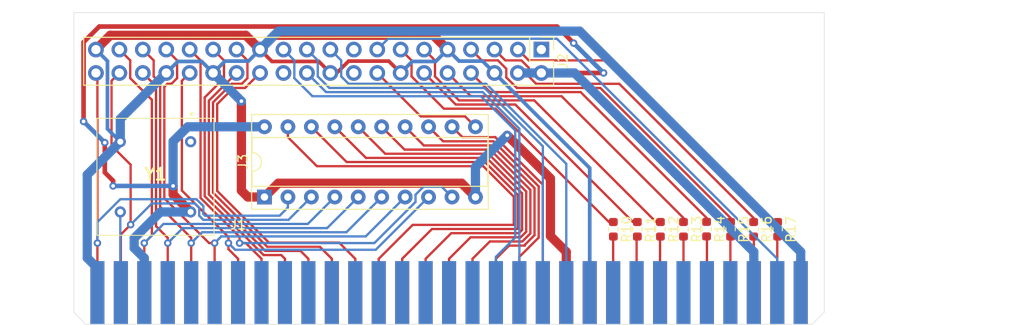
<source format=kicad_pcb>
(kicad_pcb (version 20171130) (host pcbnew "(5.1.5)-3")

  (general
    (thickness 1.6)
    (drawings 7)
    (tracks 433)
    (zones 0)
    (modules 12)
    (nets 46)
  )

  (page A4)
  (layers
    (0 F.Cu signal)
    (31 B.Cu signal)
    (32 B.Adhes user)
    (33 F.Adhes user)
    (34 B.Paste user)
    (35 F.Paste user)
    (36 B.SilkS user)
    (37 F.SilkS user)
    (38 B.Mask user)
    (39 F.Mask user)
    (40 Dwgs.User user)
    (41 Cmts.User user)
    (42 Eco1.User user)
    (43 Eco2.User user)
    (44 Edge.Cuts user)
    (45 Margin user)
    (46 B.CrtYd user)
    (47 F.CrtYd user)
    (48 B.Fab user)
    (49 F.Fab user)
  )

  (setup
    (last_trace_width 0.25)
    (user_trace_width 0.3)
    (user_trace_width 0.4)
    (user_trace_width 0.5)
    (user_trace_width 1)
    (trace_clearance 0.2)
    (zone_clearance 0.508)
    (zone_45_only no)
    (trace_min 0.2)
    (via_size 0.8)
    (via_drill 0.4)
    (via_min_size 0.4)
    (via_min_drill 0.3)
    (uvia_size 0.3)
    (uvia_drill 0.1)
    (uvias_allowed no)
    (uvia_min_size 0.2)
    (uvia_min_drill 0.1)
    (edge_width 0.05)
    (segment_width 0.2)
    (pcb_text_width 0.3)
    (pcb_text_size 1.5 1.5)
    (mod_edge_width 0.12)
    (mod_text_size 1 1)
    (mod_text_width 0.15)
    (pad_size 1.524 1.524)
    (pad_drill 0.762)
    (pad_to_mask_clearance 0.051)
    (solder_mask_min_width 0.25)
    (aux_axis_origin 0 0)
    (visible_elements 7FFFFFFF)
    (pcbplotparams
      (layerselection 0x010fc_ffffffff)
      (usegerberextensions false)
      (usegerberattributes false)
      (usegerberadvancedattributes false)
      (creategerberjobfile false)
      (excludeedgelayer true)
      (linewidth 0.100000)
      (plotframeref false)
      (viasonmask false)
      (mode 1)
      (useauxorigin false)
      (hpglpennumber 1)
      (hpglpenspeed 20)
      (hpglpendiameter 15.000000)
      (psnegative false)
      (psa4output false)
      (plotreference true)
      (plotvalue true)
      (plotinvisibletext false)
      (padsonsilk false)
      (subtractmaskfromsilk false)
      (outputformat 1)
      (mirror false)
      (drillshape 0)
      (scaleselection 1)
      (outputdirectory "gerber/"))
  )

  (net 0 "")
  (net 1 A0)
  (net 2 A1)
  (net 3 A2)
  (net 4 A3)
  (net 5 A4)
  (net 6 A5)
  (net 7 A6)
  (net 8 A7)
  (net 9 A8)
  (net 10 A9)
  (net 11 D0)
  (net 12 D1)
  (net 13 D2)
  (net 14 D3)
  (net 15 D4)
  (net 16 D5)
  (net 17 D6)
  (net 18 D7)
  (net 19 GND)
  (net 20 VCC)
  (net 21 RD2)
  (net 22 RD1)
  (net 23 RD3)
  (net 24 RD4)
  (net 25 RD7)
  (net 26 RD5)
  (net 27 RD6)
  (net 28 RD0)
  (net 29 RESET)
  (net 30 OSC)
  (net 31 A10)
  (net 32 A11)
  (net 33 A12)
  (net 34 A13)
  (net 35 A14)
  (net 36 A15)
  (net 37 A16)
  (net 38 A17)
  (net 39 A18)
  (net 40 A19)
  (net 41 IOR)
  (net 42 IOW)
  (net 43 MEMR)
  (net 44 MEMW)
  (net 45 LA)

  (net_class Default "This is the default net class."
    (clearance 0.2)
    (trace_width 0.25)
    (via_dia 0.8)
    (via_drill 0.4)
    (uvia_dia 0.3)
    (uvia_drill 0.1)
    (add_net A0)
    (add_net A1)
    (add_net A10)
    (add_net A11)
    (add_net A12)
    (add_net A13)
    (add_net A14)
    (add_net A15)
    (add_net A16)
    (add_net A17)
    (add_net A18)
    (add_net A19)
    (add_net A2)
    (add_net A3)
    (add_net A4)
    (add_net A5)
    (add_net A6)
    (add_net A7)
    (add_net A8)
    (add_net A9)
    (add_net D0)
    (add_net D1)
    (add_net D2)
    (add_net D3)
    (add_net D4)
    (add_net D5)
    (add_net D6)
    (add_net D7)
    (add_net GND)
    (add_net IOR)
    (add_net IOW)
    (add_net LA)
    (add_net MEMR)
    (add_net MEMW)
    (add_net OSC)
    (add_net RD0)
    (add_net RD1)
    (add_net RD2)
    (add_net RD3)
    (add_net RD4)
    (add_net RD5)
    (add_net RD6)
    (add_net RD7)
    (add_net RESET)
    (add_net VCC)
  )

  (module SamacSys_Parts:ACH16000MHZEK (layer F.Cu) (tedit 0) (tstamp 61428168)
    (at 102 74 180)
    (descr ACH-16.000MHZ-EK-2)
    (tags "Crystal or Oscillator")
    (path /6142166C)
    (fp_text reference Y1 (at 3.81 -3.53) (layer F.SilkS)
      (effects (font (size 1.27 1.27) (thickness 0.254)))
    )
    (fp_text value ACH-14.31818MHZ-EK (at 3.81 -3.53) (layer F.SilkS) hide
      (effects (font (size 1.27 1.27) (thickness 0.254)))
    )
    (fp_arc (start -0.1 3) (end -0.2 3) (angle -180) (layer F.SilkS) (width 0.2))
    (fp_arc (start -0.1 3) (end 0 3) (angle -180) (layer F.SilkS) (width 0.2))
    (fp_line (start -0.2 3) (end -0.2 3) (layer F.SilkS) (width 0.2))
    (fp_line (start 0 3) (end 0 3) (layer F.SilkS) (width 0.2))
    (fp_line (start -3.54 4.1) (end -3.54 -11.16) (layer F.CrtYd) (width 0.1))
    (fp_line (start 11.16 4.1) (end -3.54 4.1) (layer F.CrtYd) (width 0.1))
    (fp_line (start 11.16 -11.16) (end 11.16 4.1) (layer F.CrtYd) (width 0.1))
    (fp_line (start -3.54 -11.16) (end 11.16 -11.16) (layer F.CrtYd) (width 0.1))
    (fp_line (start -2.54 2.54) (end -2.54 -10.16) (layer F.SilkS) (width 0.1))
    (fp_line (start 10.16 2.54) (end -2.54 2.54) (layer F.SilkS) (width 0.1))
    (fp_line (start 10.16 -10.16) (end 10.16 2.54) (layer F.SilkS) (width 0.1))
    (fp_line (start -2.54 -10.16) (end 10.16 -10.16) (layer F.SilkS) (width 0.1))
    (fp_line (start -2.54 2.54) (end -2.54 -10.16) (layer F.Fab) (width 0.2))
    (fp_line (start 10.16 2.54) (end -2.54 2.54) (layer F.Fab) (width 0.2))
    (fp_line (start 10.16 -10.16) (end 10.16 2.54) (layer F.Fab) (width 0.2))
    (fp_line (start -2.54 -10.16) (end 10.16 -10.16) (layer F.Fab) (width 0.2))
    (fp_text user %R (at 3.81 -3.53) (layer F.Fab)
      (effects (font (size 1.27 1.27) (thickness 0.254)))
    )
    (pad 8 thru_hole circle (at 0 -7.62 180) (size 1.21 1.21) (drill 0.66) (layers *.Cu *.Mask)
      (net 20 VCC))
    (pad 5 thru_hole circle (at 7.62 -7.62 180) (size 1.21 1.21) (drill 0.66) (layers *.Cu *.Mask)
      (net 30 OSC))
    (pad 4 thru_hole circle (at 7.62 0 180) (size 1.21 1.21) (drill 0.66) (layers *.Cu *.Mask)
      (net 19 GND))
    (pad 1 thru_hole circle (at 0 0 180) (size 1.21 1.21) (drill 0.66) (layers *.Cu *.Mask))
    (model C:\Users\decod\Desktop\PC\RPiISA\ISARPiv1\parts\SamacSys_Parts.3dshapes\ACH-14.31818MHZ-EK.stp
      (at (xyz 0 0 0))
      (scale (xyz 1 1 1))
      (rotate (xyz 0 0 0))
    )
  )

  (module Package_DIP:DIP-20_W7.62mm_Socket (layer F.Cu) (tedit 5A02E8C5) (tstamp 6142E797)
    (at 110 80 90)
    (descr "20-lead though-hole mounted DIP package, row spacing 7.62 mm (300 mils), Socket")
    (tags "THT DIP DIL PDIP 2.54mm 7.62mm 300mil Socket")
    (path /61421B75)
    (fp_text reference J3 (at 3.81 -2.33 90) (layer F.SilkS)
      (effects (font (size 1 1) (thickness 0.15)))
    )
    (fp_text value Conn_02x10_Counter_Clockwise (at 3.81 25.19 90) (layer F.Fab)
      (effects (font (size 1 1) (thickness 0.15)))
    )
    (fp_text user %R (at 3.81 11.43 90) (layer F.Fab)
      (effects (font (size 1 1) (thickness 0.15)))
    )
    (fp_line (start 9.15 -1.6) (end -1.55 -1.6) (layer F.CrtYd) (width 0.05))
    (fp_line (start 9.15 24.45) (end 9.15 -1.6) (layer F.CrtYd) (width 0.05))
    (fp_line (start -1.55 24.45) (end 9.15 24.45) (layer F.CrtYd) (width 0.05))
    (fp_line (start -1.55 -1.6) (end -1.55 24.45) (layer F.CrtYd) (width 0.05))
    (fp_line (start 8.95 -1.39) (end -1.33 -1.39) (layer F.SilkS) (width 0.12))
    (fp_line (start 8.95 24.25) (end 8.95 -1.39) (layer F.SilkS) (width 0.12))
    (fp_line (start -1.33 24.25) (end 8.95 24.25) (layer F.SilkS) (width 0.12))
    (fp_line (start -1.33 -1.39) (end -1.33 24.25) (layer F.SilkS) (width 0.12))
    (fp_line (start 6.46 -1.33) (end 4.81 -1.33) (layer F.SilkS) (width 0.12))
    (fp_line (start 6.46 24.19) (end 6.46 -1.33) (layer F.SilkS) (width 0.12))
    (fp_line (start 1.16 24.19) (end 6.46 24.19) (layer F.SilkS) (width 0.12))
    (fp_line (start 1.16 -1.33) (end 1.16 24.19) (layer F.SilkS) (width 0.12))
    (fp_line (start 2.81 -1.33) (end 1.16 -1.33) (layer F.SilkS) (width 0.12))
    (fp_line (start 8.89 -1.33) (end -1.27 -1.33) (layer F.Fab) (width 0.1))
    (fp_line (start 8.89 24.19) (end 8.89 -1.33) (layer F.Fab) (width 0.1))
    (fp_line (start -1.27 24.19) (end 8.89 24.19) (layer F.Fab) (width 0.1))
    (fp_line (start -1.27 -1.33) (end -1.27 24.19) (layer F.Fab) (width 0.1))
    (fp_line (start 0.635 -0.27) (end 1.635 -1.27) (layer F.Fab) (width 0.1))
    (fp_line (start 0.635 24.13) (end 0.635 -0.27) (layer F.Fab) (width 0.1))
    (fp_line (start 6.985 24.13) (end 0.635 24.13) (layer F.Fab) (width 0.1))
    (fp_line (start 6.985 -1.27) (end 6.985 24.13) (layer F.Fab) (width 0.1))
    (fp_line (start 1.635 -1.27) (end 6.985 -1.27) (layer F.Fab) (width 0.1))
    (fp_arc (start 3.81 -1.33) (end 2.81 -1.33) (angle -180) (layer F.SilkS) (width 0.12))
    (pad 20 thru_hole oval (at 7.62 0 90) (size 1.6 1.6) (drill 0.8) (layers *.Cu *.Mask)
      (net 20 VCC))
    (pad 10 thru_hole oval (at 0 22.86 90) (size 1.6 1.6) (drill 0.8) (layers *.Cu *.Mask)
      (net 19 GND))
    (pad 19 thru_hole oval (at 7.62 2.54 90) (size 1.6 1.6) (drill 0.8) (layers *.Cu *.Mask)
      (net 33 A12))
    (pad 9 thru_hole oval (at 0 20.32 90) (size 1.6 1.6) (drill 0.8) (layers *.Cu *.Mask)
      (net 8 A7))
    (pad 18 thru_hole oval (at 7.62 5.08 90) (size 1.6 1.6) (drill 0.8) (layers *.Cu *.Mask)
      (net 34 A13))
    (pad 8 thru_hole oval (at 0 17.78 90) (size 1.6 1.6) (drill 0.8) (layers *.Cu *.Mask)
      (net 7 A6))
    (pad 17 thru_hole oval (at 7.62 7.62 90) (size 1.6 1.6) (drill 0.8) (layers *.Cu *.Mask)
      (net 35 A14))
    (pad 7 thru_hole oval (at 0 15.24 90) (size 1.6 1.6) (drill 0.8) (layers *.Cu *.Mask)
      (net 6 A5))
    (pad 16 thru_hole oval (at 7.62 10.16 90) (size 1.6 1.6) (drill 0.8) (layers *.Cu *.Mask)
      (net 36 A15))
    (pad 6 thru_hole oval (at 0 12.7 90) (size 1.6 1.6) (drill 0.8) (layers *.Cu *.Mask)
      (net 5 A4))
    (pad 15 thru_hole oval (at 7.62 12.7 90) (size 1.6 1.6) (drill 0.8) (layers *.Cu *.Mask)
      (net 37 A16))
    (pad 5 thru_hole oval (at 0 10.16 90) (size 1.6 1.6) (drill 0.8) (layers *.Cu *.Mask)
      (net 4 A3))
    (pad 14 thru_hole oval (at 7.62 15.24 90) (size 1.6 1.6) (drill 0.8) (layers *.Cu *.Mask)
      (net 38 A17))
    (pad 4 thru_hole oval (at 0 7.62 90) (size 1.6 1.6) (drill 0.8) (layers *.Cu *.Mask)
      (net 3 A2))
    (pad 13 thru_hole oval (at 7.62 17.78 90) (size 1.6 1.6) (drill 0.8) (layers *.Cu *.Mask)
      (net 39 A18))
    (pad 3 thru_hole oval (at 0 5.08 90) (size 1.6 1.6) (drill 0.8) (layers *.Cu *.Mask)
      (net 2 A1))
    (pad 12 thru_hole oval (at 7.62 20.32 90) (size 1.6 1.6) (drill 0.8) (layers *.Cu *.Mask)
      (net 40 A19))
    (pad 2 thru_hole oval (at 0 2.54 90) (size 1.6 1.6) (drill 0.8) (layers *.Cu *.Mask)
      (net 1 A0))
    (pad 11 thru_hole oval (at 7.62 22.86 90) (size 1.6 1.6) (drill 0.8) (layers *.Cu *.Mask)
      (net 45 LA))
    (pad 1 thru_hole rect (at 0 0 90) (size 1.6 1.6) (drill 0.8) (layers *.Cu *.Mask)
      (net 19 GND))
    (model ${KISYS3DMOD}/Package_DIP.3dshapes/DIP-20_W7.62mm_Socket.wrl
      (at (xyz 0 0 0))
      (scale (xyz 1 1 1))
      (rotate (xyz 0 0 0))
    )
  )

  (module Resistor_SMD:R_0603_1608Metric (layer F.Cu) (tedit 5B301BBD) (tstamp 60DDE770)
    (at 165.6 83.5 270)
    (descr "Resistor SMD 0603 (1608 Metric), square (rectangular) end terminal, IPC_7351 nominal, (Body size source: http://www.tortai-tech.com/upload/download/2011102023233369053.pdf), generated with kicad-footprint-generator")
    (tags resistor)
    (path /60DECEDA)
    (attr smd)
    (fp_text reference R17 (at 0 -1.43 90) (layer F.SilkS)
      (effects (font (size 1 1) (thickness 0.15)))
    )
    (fp_text value 100 (at 0 1.43 90) (layer F.Fab)
      (effects (font (size 1 1) (thickness 0.15)))
    )
    (fp_text user %R (at 0 0 90) (layer F.Fab)
      (effects (font (size 0.4 0.4) (thickness 0.06)))
    )
    (fp_line (start 1.48 0.73) (end -1.48 0.73) (layer F.CrtYd) (width 0.05))
    (fp_line (start 1.48 -0.73) (end 1.48 0.73) (layer F.CrtYd) (width 0.05))
    (fp_line (start -1.48 -0.73) (end 1.48 -0.73) (layer F.CrtYd) (width 0.05))
    (fp_line (start -1.48 0.73) (end -1.48 -0.73) (layer F.CrtYd) (width 0.05))
    (fp_line (start -0.162779 0.51) (end 0.162779 0.51) (layer F.SilkS) (width 0.12))
    (fp_line (start -0.162779 -0.51) (end 0.162779 -0.51) (layer F.SilkS) (width 0.12))
    (fp_line (start 0.8 0.4) (end -0.8 0.4) (layer F.Fab) (width 0.1))
    (fp_line (start 0.8 -0.4) (end 0.8 0.4) (layer F.Fab) (width 0.1))
    (fp_line (start -0.8 -0.4) (end 0.8 -0.4) (layer F.Fab) (width 0.1))
    (fp_line (start -0.8 0.4) (end -0.8 -0.4) (layer F.Fab) (width 0.1))
    (pad 2 smd roundrect (at 0.7875 0 270) (size 0.875 0.95) (layers F.Cu F.Paste F.Mask) (roundrect_rratio 0.25)
      (net 18 D7))
    (pad 1 smd roundrect (at -0.7875 0 270) (size 0.875 0.95) (layers F.Cu F.Paste F.Mask) (roundrect_rratio 0.25)
      (net 25 RD7))
    (model ${KISYS3DMOD}/Resistor_SMD.3dshapes/R_0603_1608Metric.wrl
      (at (xyz 0 0 0))
      (scale (xyz 1 1 1))
      (rotate (xyz 0 0 0))
    )
  )

  (module Resistor_SMD:R_0603_1608Metric (layer F.Cu) (tedit 5B301BBD) (tstamp 60DDE830)
    (at 163 83.5 270)
    (descr "Resistor SMD 0603 (1608 Metric), square (rectangular) end terminal, IPC_7351 nominal, (Body size source: http://www.tortai-tech.com/upload/download/2011102023233369053.pdf), generated with kicad-footprint-generator")
    (tags resistor)
    (path /60DECBF3)
    (attr smd)
    (fp_text reference R16 (at 0 -1.43 90) (layer F.SilkS)
      (effects (font (size 1 1) (thickness 0.15)))
    )
    (fp_text value 100 (at 0 1.43 90) (layer F.Fab)
      (effects (font (size 1 1) (thickness 0.15)))
    )
    (fp_text user %R (at 0 0 90) (layer F.Fab)
      (effects (font (size 0.4 0.4) (thickness 0.06)))
    )
    (fp_line (start 1.48 0.73) (end -1.48 0.73) (layer F.CrtYd) (width 0.05))
    (fp_line (start 1.48 -0.73) (end 1.48 0.73) (layer F.CrtYd) (width 0.05))
    (fp_line (start -1.48 -0.73) (end 1.48 -0.73) (layer F.CrtYd) (width 0.05))
    (fp_line (start -1.48 0.73) (end -1.48 -0.73) (layer F.CrtYd) (width 0.05))
    (fp_line (start -0.162779 0.51) (end 0.162779 0.51) (layer F.SilkS) (width 0.12))
    (fp_line (start -0.162779 -0.51) (end 0.162779 -0.51) (layer F.SilkS) (width 0.12))
    (fp_line (start 0.8 0.4) (end -0.8 0.4) (layer F.Fab) (width 0.1))
    (fp_line (start 0.8 -0.4) (end 0.8 0.4) (layer F.Fab) (width 0.1))
    (fp_line (start -0.8 -0.4) (end 0.8 -0.4) (layer F.Fab) (width 0.1))
    (fp_line (start -0.8 0.4) (end -0.8 -0.4) (layer F.Fab) (width 0.1))
    (pad 2 smd roundrect (at 0.7875 0 270) (size 0.875 0.95) (layers F.Cu F.Paste F.Mask) (roundrect_rratio 0.25)
      (net 17 D6))
    (pad 1 smd roundrect (at -0.7875 0 270) (size 0.875 0.95) (layers F.Cu F.Paste F.Mask) (roundrect_rratio 0.25)
      (net 27 RD6))
    (model ${KISYS3DMOD}/Resistor_SMD.3dshapes/R_0603_1608Metric.wrl
      (at (xyz 0 0 0))
      (scale (xyz 1 1 1))
      (rotate (xyz 0 0 0))
    )
  )

  (module Resistor_SMD:R_0603_1608Metric (layer F.Cu) (tedit 5B301BBD) (tstamp 60DDE7D0)
    (at 160.5 83.5 270)
    (descr "Resistor SMD 0603 (1608 Metric), square (rectangular) end terminal, IPC_7351 nominal, (Body size source: http://www.tortai-tech.com/upload/download/2011102023233369053.pdf), generated with kicad-footprint-generator")
    (tags resistor)
    (path /60DEC995)
    (attr smd)
    (fp_text reference R15 (at 0 -1.43 90) (layer F.SilkS)
      (effects (font (size 1 1) (thickness 0.15)))
    )
    (fp_text value 100 (at 0 1.43 90) (layer F.Fab)
      (effects (font (size 1 1) (thickness 0.15)))
    )
    (fp_text user %R (at 0 0 90) (layer F.Fab)
      (effects (font (size 0.4 0.4) (thickness 0.06)))
    )
    (fp_line (start 1.48 0.73) (end -1.48 0.73) (layer F.CrtYd) (width 0.05))
    (fp_line (start 1.48 -0.73) (end 1.48 0.73) (layer F.CrtYd) (width 0.05))
    (fp_line (start -1.48 -0.73) (end 1.48 -0.73) (layer F.CrtYd) (width 0.05))
    (fp_line (start -1.48 0.73) (end -1.48 -0.73) (layer F.CrtYd) (width 0.05))
    (fp_line (start -0.162779 0.51) (end 0.162779 0.51) (layer F.SilkS) (width 0.12))
    (fp_line (start -0.162779 -0.51) (end 0.162779 -0.51) (layer F.SilkS) (width 0.12))
    (fp_line (start 0.8 0.4) (end -0.8 0.4) (layer F.Fab) (width 0.1))
    (fp_line (start 0.8 -0.4) (end 0.8 0.4) (layer F.Fab) (width 0.1))
    (fp_line (start -0.8 -0.4) (end 0.8 -0.4) (layer F.Fab) (width 0.1))
    (fp_line (start -0.8 0.4) (end -0.8 -0.4) (layer F.Fab) (width 0.1))
    (pad 2 smd roundrect (at 0.7875 0 270) (size 0.875 0.95) (layers F.Cu F.Paste F.Mask) (roundrect_rratio 0.25)
      (net 16 D5))
    (pad 1 smd roundrect (at -0.7875 0 270) (size 0.875 0.95) (layers F.Cu F.Paste F.Mask) (roundrect_rratio 0.25)
      (net 26 RD5))
    (model ${KISYS3DMOD}/Resistor_SMD.3dshapes/R_0603_1608Metric.wrl
      (at (xyz 0 0 0))
      (scale (xyz 1 1 1))
      (rotate (xyz 0 0 0))
    )
  )

  (module Resistor_SMD:R_0603_1608Metric (layer F.Cu) (tedit 5B301BBD) (tstamp 60DDE740)
    (at 157.9 83.4875 270)
    (descr "Resistor SMD 0603 (1608 Metric), square (rectangular) end terminal, IPC_7351 nominal, (Body size source: http://www.tortai-tech.com/upload/download/2011102023233369053.pdf), generated with kicad-footprint-generator")
    (tags resistor)
    (path /60DEC726)
    (attr smd)
    (fp_text reference R14 (at 0 -1.43 90) (layer F.SilkS)
      (effects (font (size 1 1) (thickness 0.15)))
    )
    (fp_text value 100 (at 0 1.43 90) (layer F.Fab)
      (effects (font (size 1 1) (thickness 0.15)))
    )
    (fp_text user %R (at 0 0 90) (layer F.Fab)
      (effects (font (size 0.4 0.4) (thickness 0.06)))
    )
    (fp_line (start 1.48 0.73) (end -1.48 0.73) (layer F.CrtYd) (width 0.05))
    (fp_line (start 1.48 -0.73) (end 1.48 0.73) (layer F.CrtYd) (width 0.05))
    (fp_line (start -1.48 -0.73) (end 1.48 -0.73) (layer F.CrtYd) (width 0.05))
    (fp_line (start -1.48 0.73) (end -1.48 -0.73) (layer F.CrtYd) (width 0.05))
    (fp_line (start -0.162779 0.51) (end 0.162779 0.51) (layer F.SilkS) (width 0.12))
    (fp_line (start -0.162779 -0.51) (end 0.162779 -0.51) (layer F.SilkS) (width 0.12))
    (fp_line (start 0.8 0.4) (end -0.8 0.4) (layer F.Fab) (width 0.1))
    (fp_line (start 0.8 -0.4) (end 0.8 0.4) (layer F.Fab) (width 0.1))
    (fp_line (start -0.8 -0.4) (end 0.8 -0.4) (layer F.Fab) (width 0.1))
    (fp_line (start -0.8 0.4) (end -0.8 -0.4) (layer F.Fab) (width 0.1))
    (pad 2 smd roundrect (at 0.7875 0 270) (size 0.875 0.95) (layers F.Cu F.Paste F.Mask) (roundrect_rratio 0.25)
      (net 15 D4))
    (pad 1 smd roundrect (at -0.7875 0 270) (size 0.875 0.95) (layers F.Cu F.Paste F.Mask) (roundrect_rratio 0.25)
      (net 24 RD4))
    (model ${KISYS3DMOD}/Resistor_SMD.3dshapes/R_0603_1608Metric.wrl
      (at (xyz 0 0 0))
      (scale (xyz 1 1 1))
      (rotate (xyz 0 0 0))
    )
  )

  (module Resistor_SMD:R_0603_1608Metric (layer F.Cu) (tedit 5B301BBD) (tstamp 60DDE860)
    (at 155.4 83.5 270)
    (descr "Resistor SMD 0603 (1608 Metric), square (rectangular) end terminal, IPC_7351 nominal, (Body size source: http://www.tortai-tech.com/upload/download/2011102023233369053.pdf), generated with kicad-footprint-generator")
    (tags resistor)
    (path /60DEC4FC)
    (attr smd)
    (fp_text reference R13 (at 0 -1.43 90) (layer F.SilkS)
      (effects (font (size 1 1) (thickness 0.15)))
    )
    (fp_text value 100 (at 0 1.43 90) (layer F.Fab)
      (effects (font (size 1 1) (thickness 0.15)))
    )
    (fp_text user %R (at 0 0 90) (layer F.Fab)
      (effects (font (size 0.4 0.4) (thickness 0.06)))
    )
    (fp_line (start 1.48 0.73) (end -1.48 0.73) (layer F.CrtYd) (width 0.05))
    (fp_line (start 1.48 -0.73) (end 1.48 0.73) (layer F.CrtYd) (width 0.05))
    (fp_line (start -1.48 -0.73) (end 1.48 -0.73) (layer F.CrtYd) (width 0.05))
    (fp_line (start -1.48 0.73) (end -1.48 -0.73) (layer F.CrtYd) (width 0.05))
    (fp_line (start -0.162779 0.51) (end 0.162779 0.51) (layer F.SilkS) (width 0.12))
    (fp_line (start -0.162779 -0.51) (end 0.162779 -0.51) (layer F.SilkS) (width 0.12))
    (fp_line (start 0.8 0.4) (end -0.8 0.4) (layer F.Fab) (width 0.1))
    (fp_line (start 0.8 -0.4) (end 0.8 0.4) (layer F.Fab) (width 0.1))
    (fp_line (start -0.8 -0.4) (end 0.8 -0.4) (layer F.Fab) (width 0.1))
    (fp_line (start -0.8 0.4) (end -0.8 -0.4) (layer F.Fab) (width 0.1))
    (pad 2 smd roundrect (at 0.7875 0 270) (size 0.875 0.95) (layers F.Cu F.Paste F.Mask) (roundrect_rratio 0.25)
      (net 14 D3))
    (pad 1 smd roundrect (at -0.7875 0 270) (size 0.875 0.95) (layers F.Cu F.Paste F.Mask) (roundrect_rratio 0.25)
      (net 23 RD3))
    (model ${KISYS3DMOD}/Resistor_SMD.3dshapes/R_0603_1608Metric.wrl
      (at (xyz 0 0 0))
      (scale (xyz 1 1 1))
      (rotate (xyz 0 0 0))
    )
  )

  (module Resistor_SMD:R_0603_1608Metric (layer F.Cu) (tedit 5B301BBD) (tstamp 60DDF970)
    (at 152.9 83.5 270)
    (descr "Resistor SMD 0603 (1608 Metric), square (rectangular) end terminal, IPC_7351 nominal, (Body size source: http://www.tortai-tech.com/upload/download/2011102023233369053.pdf), generated with kicad-footprint-generator")
    (tags resistor)
    (path /60DEC2EC)
    (attr smd)
    (fp_text reference R12 (at 0 -1.43 90) (layer F.SilkS)
      (effects (font (size 1 1) (thickness 0.15)))
    )
    (fp_text value 100 (at 0 1.43 90) (layer F.Fab)
      (effects (font (size 1 1) (thickness 0.15)))
    )
    (fp_text user %R (at 0 0 90) (layer F.Fab)
      (effects (font (size 0.4 0.4) (thickness 0.06)))
    )
    (fp_line (start 1.48 0.73) (end -1.48 0.73) (layer F.CrtYd) (width 0.05))
    (fp_line (start 1.48 -0.73) (end 1.48 0.73) (layer F.CrtYd) (width 0.05))
    (fp_line (start -1.48 -0.73) (end 1.48 -0.73) (layer F.CrtYd) (width 0.05))
    (fp_line (start -1.48 0.73) (end -1.48 -0.73) (layer F.CrtYd) (width 0.05))
    (fp_line (start -0.162779 0.51) (end 0.162779 0.51) (layer F.SilkS) (width 0.12))
    (fp_line (start -0.162779 -0.51) (end 0.162779 -0.51) (layer F.SilkS) (width 0.12))
    (fp_line (start 0.8 0.4) (end -0.8 0.4) (layer F.Fab) (width 0.1))
    (fp_line (start 0.8 -0.4) (end 0.8 0.4) (layer F.Fab) (width 0.1))
    (fp_line (start -0.8 -0.4) (end 0.8 -0.4) (layer F.Fab) (width 0.1))
    (fp_line (start -0.8 0.4) (end -0.8 -0.4) (layer F.Fab) (width 0.1))
    (pad 2 smd roundrect (at 0.7875 0 270) (size 0.875 0.95) (layers F.Cu F.Paste F.Mask) (roundrect_rratio 0.25)
      (net 13 D2))
    (pad 1 smd roundrect (at -0.7875 0 270) (size 0.875 0.95) (layers F.Cu F.Paste F.Mask) (roundrect_rratio 0.25)
      (net 21 RD2))
    (model ${KISYS3DMOD}/Resistor_SMD.3dshapes/R_0603_1608Metric.wrl
      (at (xyz 0 0 0))
      (scale (xyz 1 1 1))
      (rotate (xyz 0 0 0))
    )
  )

  (module Resistor_SMD:R_0603_1608Metric (layer F.Cu) (tedit 5B301BBD) (tstamp 60DDF8DF)
    (at 150.4 83.5 270)
    (descr "Resistor SMD 0603 (1608 Metric), square (rectangular) end terminal, IPC_7351 nominal, (Body size source: http://www.tortai-tech.com/upload/download/2011102023233369053.pdf), generated with kicad-footprint-generator")
    (tags resistor)
    (path /60DEC098)
    (attr smd)
    (fp_text reference R11 (at 0 -1.43 90) (layer F.SilkS)
      (effects (font (size 1 1) (thickness 0.15)))
    )
    (fp_text value 100 (at 0 1.43 90) (layer F.Fab)
      (effects (font (size 1 1) (thickness 0.15)))
    )
    (fp_text user %R (at 0 0 90) (layer F.Fab)
      (effects (font (size 0.4 0.4) (thickness 0.06)))
    )
    (fp_line (start 1.48 0.73) (end -1.48 0.73) (layer F.CrtYd) (width 0.05))
    (fp_line (start 1.48 -0.73) (end 1.48 0.73) (layer F.CrtYd) (width 0.05))
    (fp_line (start -1.48 -0.73) (end 1.48 -0.73) (layer F.CrtYd) (width 0.05))
    (fp_line (start -1.48 0.73) (end -1.48 -0.73) (layer F.CrtYd) (width 0.05))
    (fp_line (start -0.162779 0.51) (end 0.162779 0.51) (layer F.SilkS) (width 0.12))
    (fp_line (start -0.162779 -0.51) (end 0.162779 -0.51) (layer F.SilkS) (width 0.12))
    (fp_line (start 0.8 0.4) (end -0.8 0.4) (layer F.Fab) (width 0.1))
    (fp_line (start 0.8 -0.4) (end 0.8 0.4) (layer F.Fab) (width 0.1))
    (fp_line (start -0.8 -0.4) (end 0.8 -0.4) (layer F.Fab) (width 0.1))
    (fp_line (start -0.8 0.4) (end -0.8 -0.4) (layer F.Fab) (width 0.1))
    (pad 2 smd roundrect (at 0.7875 0 270) (size 0.875 0.95) (layers F.Cu F.Paste F.Mask) (roundrect_rratio 0.25)
      (net 12 D1))
    (pad 1 smd roundrect (at -0.7875 0 270) (size 0.875 0.95) (layers F.Cu F.Paste F.Mask) (roundrect_rratio 0.25)
      (net 22 RD1))
    (model ${KISYS3DMOD}/Resistor_SMD.3dshapes/R_0603_1608Metric.wrl
      (at (xyz 0 0 0))
      (scale (xyz 1 1 1))
      (rotate (xyz 0 0 0))
    )
  )

  (module Resistor_SMD:R_0603_1608Metric (layer F.Cu) (tedit 5B301BBD) (tstamp 60DDE8C0)
    (at 147.8 83.5 270)
    (descr "Resistor SMD 0603 (1608 Metric), square (rectangular) end terminal, IPC_7351 nominal, (Body size source: http://www.tortai-tech.com/upload/download/2011102023233369053.pdf), generated with kicad-footprint-generator")
    (tags resistor)
    (path /60DEBC37)
    (attr smd)
    (fp_text reference R10 (at 0 -1.43 90) (layer F.SilkS)
      (effects (font (size 1 1) (thickness 0.15)))
    )
    (fp_text value 100 (at 0 1.43 90) (layer F.Fab)
      (effects (font (size 1 1) (thickness 0.15)))
    )
    (fp_text user %R (at 0 0 90) (layer F.Fab)
      (effects (font (size 0.4 0.4) (thickness 0.06)))
    )
    (fp_line (start 1.48 0.73) (end -1.48 0.73) (layer F.CrtYd) (width 0.05))
    (fp_line (start 1.48 -0.73) (end 1.48 0.73) (layer F.CrtYd) (width 0.05))
    (fp_line (start -1.48 -0.73) (end 1.48 -0.73) (layer F.CrtYd) (width 0.05))
    (fp_line (start -1.48 0.73) (end -1.48 -0.73) (layer F.CrtYd) (width 0.05))
    (fp_line (start -0.162779 0.51) (end 0.162779 0.51) (layer F.SilkS) (width 0.12))
    (fp_line (start -0.162779 -0.51) (end 0.162779 -0.51) (layer F.SilkS) (width 0.12))
    (fp_line (start 0.8 0.4) (end -0.8 0.4) (layer F.Fab) (width 0.1))
    (fp_line (start 0.8 -0.4) (end 0.8 0.4) (layer F.Fab) (width 0.1))
    (fp_line (start -0.8 -0.4) (end 0.8 -0.4) (layer F.Fab) (width 0.1))
    (fp_line (start -0.8 0.4) (end -0.8 -0.4) (layer F.Fab) (width 0.1))
    (pad 2 smd roundrect (at 0.7875 0 270) (size 0.875 0.95) (layers F.Cu F.Paste F.Mask) (roundrect_rratio 0.25)
      (net 11 D0))
    (pad 1 smd roundrect (at -0.7875 0 270) (size 0.875 0.95) (layers F.Cu F.Paste F.Mask) (roundrect_rratio 0.25)
      (net 28 RD0))
    (model ${KISYS3DMOD}/Resistor_SMD.3dshapes/R_0603_1608Metric.wrl
      (at (xyz 0 0 0))
      (scale (xyz 1 1 1))
      (rotate (xyz 0 0 0))
    )
  )

  (module Connector_PinHeader_2.54mm:PinHeader_2x20_P2.54mm_Vertical (layer F.Cu) (tedit 59FED5CC) (tstamp 60DDC1CB)
    (at 140 64 270)
    (descr "Through hole straight pin header, 2x20, 2.54mm pitch, double rows")
    (tags "Through hole pin header THT 2x20 2.54mm double row")
    (path /60DDB778)
    (fp_text reference J2 (at 1.27 -2.33 90) (layer F.SilkS)
      (effects (font (size 1 1) (thickness 0.15)))
    )
    (fp_text value Raspberry_Pi_2_3 (at 1.27 50.59 90) (layer F.Fab)
      (effects (font (size 1 1) (thickness 0.15)))
    )
    (fp_text user %R (at 1.27 24.13) (layer F.Fab)
      (effects (font (size 1 1) (thickness 0.15)))
    )
    (fp_line (start 4.35 -1.8) (end -1.8 -1.8) (layer F.CrtYd) (width 0.05))
    (fp_line (start 4.35 50.05) (end 4.35 -1.8) (layer F.CrtYd) (width 0.05))
    (fp_line (start -1.8 50.05) (end 4.35 50.05) (layer F.CrtYd) (width 0.05))
    (fp_line (start -1.8 -1.8) (end -1.8 50.05) (layer F.CrtYd) (width 0.05))
    (fp_line (start -1.33 -1.33) (end 0 -1.33) (layer F.SilkS) (width 0.12))
    (fp_line (start -1.33 0) (end -1.33 -1.33) (layer F.SilkS) (width 0.12))
    (fp_line (start 1.27 -1.33) (end 3.87 -1.33) (layer F.SilkS) (width 0.12))
    (fp_line (start 1.27 1.27) (end 1.27 -1.33) (layer F.SilkS) (width 0.12))
    (fp_line (start -1.33 1.27) (end 1.27 1.27) (layer F.SilkS) (width 0.12))
    (fp_line (start 3.87 -1.33) (end 3.87 49.59) (layer F.SilkS) (width 0.12))
    (fp_line (start -1.33 1.27) (end -1.33 49.59) (layer F.SilkS) (width 0.12))
    (fp_line (start -1.33 49.59) (end 3.87 49.59) (layer F.SilkS) (width 0.12))
    (fp_line (start -1.27 0) (end 0 -1.27) (layer F.Fab) (width 0.1))
    (fp_line (start -1.27 49.53) (end -1.27 0) (layer F.Fab) (width 0.1))
    (fp_line (start 3.81 49.53) (end -1.27 49.53) (layer F.Fab) (width 0.1))
    (fp_line (start 3.81 -1.27) (end 3.81 49.53) (layer F.Fab) (width 0.1))
    (fp_line (start 0 -1.27) (end 3.81 -1.27) (layer F.Fab) (width 0.1))
    (pad 40 thru_hole oval (at 2.54 48.26 270) (size 1.7 1.7) (drill 1) (layers *.Cu *.Mask)
      (net 1 A0))
    (pad 39 thru_hole oval (at 0 48.26 270) (size 1.7 1.7) (drill 1) (layers *.Cu *.Mask)
      (net 19 GND))
    (pad 38 thru_hole oval (at 2.54 45.72 270) (size 1.7 1.7) (drill 1) (layers *.Cu *.Mask)
      (net 2 A1))
    (pad 37 thru_hole oval (at 0 45.72 270) (size 1.7 1.7) (drill 1) (layers *.Cu *.Mask)
      (net 3 A2))
    (pad 36 thru_hole oval (at 2.54 43.18 270) (size 1.7 1.7) (drill 1) (layers *.Cu *.Mask)
      (net 4 A3))
    (pad 35 thru_hole oval (at 0 43.18 270) (size 1.7 1.7) (drill 1) (layers *.Cu *.Mask)
      (net 5 A4))
    (pad 34 thru_hole oval (at 2.54 40.64 270) (size 1.7 1.7) (drill 1) (layers *.Cu *.Mask)
      (net 19 GND))
    (pad 33 thru_hole oval (at 0 40.64 270) (size 1.7 1.7) (drill 1) (layers *.Cu *.Mask)
      (net 6 A5))
    (pad 32 thru_hole oval (at 2.54 38.1 270) (size 1.7 1.7) (drill 1) (layers *.Cu *.Mask)
      (net 7 A6))
    (pad 31 thru_hole oval (at 0 38.1 270) (size 1.7 1.7) (drill 1) (layers *.Cu *.Mask)
      (net 8 A7))
    (pad 30 thru_hole oval (at 2.54 35.56 270) (size 1.7 1.7) (drill 1) (layers *.Cu *.Mask)
      (net 19 GND))
    (pad 29 thru_hole oval (at 0 35.56 270) (size 1.7 1.7) (drill 1) (layers *.Cu *.Mask)
      (net 9 A8))
    (pad 28 thru_hole oval (at 2.54 33.02 270) (size 1.7 1.7) (drill 1) (layers *.Cu *.Mask)
      (net 10 A9))
    (pad 27 thru_hole oval (at 0 33.02 270) (size 1.7 1.7) (drill 1) (layers *.Cu *.Mask)
      (net 31 A10))
    (pad 26 thru_hole oval (at 2.54 30.48 270) (size 1.7 1.7) (drill 1) (layers *.Cu *.Mask)
      (net 32 A11))
    (pad 25 thru_hole oval (at 0 30.48 270) (size 1.7 1.7) (drill 1) (layers *.Cu *.Mask)
      (net 19 GND))
    (pad 24 thru_hole oval (at 2.54 27.94 270) (size 1.7 1.7) (drill 1) (layers *.Cu *.Mask))
    (pad 23 thru_hole oval (at 0 27.94 270) (size 1.7 1.7) (drill 1) (layers *.Cu *.Mask)
      (net 41 IOR))
    (pad 22 thru_hole oval (at 2.54 25.4 270) (size 1.7 1.7) (drill 1) (layers *.Cu *.Mask)
      (net 42 IOW))
    (pad 21 thru_hole oval (at 0 25.4 270) (size 1.7 1.7) (drill 1) (layers *.Cu *.Mask)
      (net 43 MEMR))
    (pad 20 thru_hole oval (at 2.54 22.86 270) (size 1.7 1.7) (drill 1) (layers *.Cu *.Mask)
      (net 19 GND))
    (pad 19 thru_hole oval (at 0 22.86 270) (size 1.7 1.7) (drill 1) (layers *.Cu *.Mask)
      (net 44 MEMW))
    (pad 18 thru_hole oval (at 2.54 20.32 270) (size 1.7 1.7) (drill 1) (layers *.Cu *.Mask))
    (pad 17 thru_hole oval (at 0 20.32 270) (size 1.7 1.7) (drill 1) (layers *.Cu *.Mask))
    (pad 16 thru_hole oval (at 2.54 17.78 270) (size 1.7 1.7) (drill 1) (layers *.Cu *.Mask)
      (net 45 LA))
    (pad 15 thru_hole oval (at 0 17.78 270) (size 1.7 1.7) (drill 1) (layers *.Cu *.Mask)
      (net 29 RESET))
    (pad 14 thru_hole oval (at 2.54 15.24 270) (size 1.7 1.7) (drill 1) (layers *.Cu *.Mask)
      (net 19 GND))
    (pad 13 thru_hole oval (at 0 15.24 270) (size 1.7 1.7) (drill 1) (layers *.Cu *.Mask)
      (net 28 RD0))
    (pad 12 thru_hole oval (at 2.54 12.7 270) (size 1.7 1.7) (drill 1) (layers *.Cu *.Mask)
      (net 22 RD1))
    (pad 11 thru_hole oval (at 0 12.7 270) (size 1.7 1.7) (drill 1) (layers *.Cu *.Mask)
      (net 21 RD2))
    (pad 10 thru_hole oval (at 2.54 10.16 270) (size 1.7 1.7) (drill 1) (layers *.Cu *.Mask)
      (net 23 RD3))
    (pad 9 thru_hole oval (at 0 10.16 270) (size 1.7 1.7) (drill 1) (layers *.Cu *.Mask)
      (net 19 GND))
    (pad 8 thru_hole oval (at 2.54 7.62 270) (size 1.7 1.7) (drill 1) (layers *.Cu *.Mask)
      (net 24 RD4))
    (pad 7 thru_hole oval (at 0 7.62 270) (size 1.7 1.7) (drill 1) (layers *.Cu *.Mask)
      (net 26 RD5))
    (pad 6 thru_hole oval (at 2.54 5.08 270) (size 1.7 1.7) (drill 1) (layers *.Cu *.Mask)
      (net 19 GND))
    (pad 5 thru_hole oval (at 0 5.08 270) (size 1.7 1.7) (drill 1) (layers *.Cu *.Mask)
      (net 27 RD6))
    (pad 4 thru_hole oval (at 2.54 2.54 270) (size 1.7 1.7) (drill 1) (layers *.Cu *.Mask)
      (net 20 VCC))
    (pad 3 thru_hole oval (at 0 2.54 270) (size 1.7 1.7) (drill 1) (layers *.Cu *.Mask)
      (net 25 RD7))
    (pad 2 thru_hole oval (at 2.54 0 270) (size 1.7 1.7) (drill 1) (layers *.Cu *.Mask)
      (net 20 VCC))
    (pad 1 thru_hole rect (at 0 0 270) (size 1.7 1.7) (drill 1) (layers *.Cu *.Mask))
    (model ${KISYS3DMOD}/Connector_PinHeader_2.54mm.3dshapes/PinHeader_2x20_P2.54mm_Vertical.wrl
      (at (xyz 0 0 0))
      (scale (xyz 1 1 1))
      (rotate (xyz 0 0 0))
    )
  )

  (module adlib:BUS_PC (layer F.Cu) (tedit 60DDA2CD) (tstamp 6142F464)
    (at 130 90)
    (descr "Connecteur Bus AT ISA 16 bits")
    (tags "CONN BUS ISA")
    (path /60405B30)
    (fp_text reference J1 (at -22.86 -6.985) (layer F.SilkS)
      (effects (font (size 1 1) (thickness 0.15)))
    )
    (fp_text value Bus_ISA_8bit (at -43.815 -6.985) (layer F.Fab)
      (effects (font (size 1 1) (thickness 0.15)))
    )
    (fp_line (start 40.64 2.54) (end 39.37 3.81) (layer Dwgs.User) (width 0.1524))
    (fp_line (start 40.64 -3.81) (end 40.64 2.54) (layer Dwgs.User) (width 0.15))
    (fp_line (start -40.64 -3.81) (end 40.64 -3.81) (layer Dwgs.User) (width 0.15))
    (fp_line (start -40.64 2.54) (end -40.64 -3.81) (layer Dwgs.User) (width 0.15))
    (fp_line (start 39.37 3.81) (end -39.37 3.81) (layer Dwgs.User) (width 0.15))
    (fp_line (start -39.37 3.81) (end -40.64 2.54) (layer Dwgs.User) (width 0.1524))
    (fp_line (start 62.23 -3.81) (end 40.64 -3.81) (layer Dwgs.User) (width 0.1524))
    (pad 62 connect rect (at -38.1 0.381) (size 1.524 6.858) (layers F.Cu F.Mask)
      (net 1 A0))
    (pad 61 connect rect (at -35.56 0.381) (size 1.524 6.858) (layers F.Cu F.Mask)
      (net 2 A1))
    (pad 60 connect rect (at -33.02 0.381) (size 1.524 6.858) (layers F.Cu F.Mask)
      (net 3 A2))
    (pad 59 connect rect (at -30.48 0.381) (size 1.524 6.858) (layers F.Cu F.Mask)
      (net 4 A3))
    (pad 58 connect rect (at -27.94 0.381) (size 1.524 6.858) (layers F.Cu F.Mask)
      (net 5 A4))
    (pad 57 connect rect (at -25.4 0.381) (size 1.524 6.858) (layers F.Cu F.Mask)
      (net 6 A5))
    (pad 56 connect rect (at -22.86 0.381) (size 1.524 6.858) (layers F.Cu F.Mask)
      (net 7 A6))
    (pad 55 connect rect (at -20.32 0.381) (size 1.524 6.858) (layers F.Cu F.Mask)
      (net 8 A7))
    (pad 54 connect rect (at -17.78 0.381) (size 1.524 6.858) (layers F.Cu F.Mask)
      (net 9 A8))
    (pad 53 connect rect (at -15.24 0.381) (size 1.524 6.858) (layers F.Cu F.Mask)
      (net 10 A9))
    (pad 52 connect rect (at -12.7 0.381) (size 1.524 6.858) (layers F.Cu F.Mask)
      (net 31 A10))
    (pad 51 connect rect (at -10.16 0.381) (size 1.524 6.858) (layers F.Cu F.Mask)
      (net 32 A11))
    (pad 50 connect rect (at -7.62 0.381) (size 1.524 6.858) (layers F.Cu F.Mask)
      (net 33 A12))
    (pad 49 connect rect (at -5.08 0.381) (size 1.524 6.858) (layers F.Cu F.Mask)
      (net 34 A13))
    (pad 48 connect rect (at -2.54 0.381) (size 1.524 6.858) (layers F.Cu F.Mask)
      (net 35 A14))
    (pad 47 connect rect (at 0 0.381) (size 1.524 6.858) (layers F.Cu F.Mask)
      (net 36 A15))
    (pad 46 connect rect (at 2.54 0.381) (size 1.524 6.858) (layers F.Cu F.Mask)
      (net 37 A16))
    (pad 45 connect rect (at 5.08 0.381) (size 1.524 6.858) (layers F.Cu F.Mask)
      (net 38 A17))
    (pad 44 connect rect (at 7.62 0.381) (size 1.524 6.858) (layers F.Cu F.Mask)
      (net 39 A18))
    (pad 43 connect rect (at 10.16 0.381) (size 1.524 6.858) (layers F.Cu F.Mask)
      (net 40 A19))
    (pad 42 connect rect (at 12.7 0.381) (size 1.524 6.858) (layers F.Cu F.Mask)
      (net 19 GND))
    (pad 41 connect rect (at 15.24 0.381) (size 1.524 6.858) (layers F.Cu F.Mask))
    (pad 40 connect rect (at 17.78 0.381) (size 1.524 6.858) (layers F.Cu F.Mask)
      (net 11 D0))
    (pad 39 connect rect (at 20.32 0.381) (size 1.524 6.858) (layers F.Cu F.Mask)
      (net 12 D1))
    (pad 38 connect rect (at 22.86 0.381) (size 1.524 6.858) (layers F.Cu F.Mask)
      (net 13 D2))
    (pad 37 connect rect (at 25.4 0.381) (size 1.524 6.858) (layers F.Cu F.Mask)
      (net 14 D3))
    (pad 36 connect rect (at 27.94 0.381) (size 1.524 6.858) (layers F.Cu F.Mask)
      (net 15 D4))
    (pad 35 connect rect (at 30.48 0.381) (size 1.524 6.858) (layers F.Cu F.Mask)
      (net 16 D5))
    (pad 34 connect rect (at 33.02 0.381) (size 1.524 6.858) (layers F.Cu F.Mask)
      (net 17 D6))
    (pad 33 connect rect (at 35.56 0.381) (size 1.524 6.858) (layers F.Cu F.Mask)
      (net 18 D7))
    (pad 32 connect rect (at 38.1 0.381) (size 1.524 6.858) (layers F.Cu F.Mask))
    (pad 31 connect rect (at -38.1 0.381) (size 1.524 6.858) (layers B.Cu B.Mask)
      (net 19 GND))
    (pad 30 connect rect (at -35.56 0.381) (size 1.524 6.858) (layers B.Cu B.Mask)
      (net 30 OSC))
    (pad 29 connect rect (at -33.02 0.381) (size 1.524 6.858) (layers B.Cu B.Mask)
      (net 20 VCC))
    (pad 28 connect rect (at -30.48 0.381) (size 1.524 6.858) (layers B.Cu B.Mask))
    (pad 27 connect rect (at -27.94 0.381) (size 1.524 6.858) (layers B.Cu B.Mask))
    (pad 26 connect rect (at -25.4 0.381) (size 1.524 6.858) (layers B.Cu B.Mask))
    (pad 25 connect rect (at -22.86 0.381) (size 1.524 6.858) (layers B.Cu B.Mask))
    (pad 24 connect rect (at -20.32 0.381) (size 1.524 6.858) (layers B.Cu B.Mask))
    (pad 23 connect rect (at -17.78 0.381) (size 1.524 6.858) (layers B.Cu B.Mask))
    (pad 22 connect rect (at -15.24 0.381) (size 1.524 6.858) (layers B.Cu B.Mask))
    (pad 21 connect rect (at -12.7 0.381) (size 1.524 6.858) (layers B.Cu B.Mask))
    (pad 20 connect rect (at -10.16 0.381) (size 1.524 6.858) (layers B.Cu B.Mask))
    (pad 19 connect rect (at -7.62 0.381) (size 1.524 6.858) (layers B.Cu B.Mask))
    (pad 18 connect rect (at -5.08 0.381) (size 1.524 6.858) (layers B.Cu B.Mask))
    (pad 17 connect rect (at -2.54 0.381) (size 1.524 6.858) (layers B.Cu B.Mask))
    (pad 16 connect rect (at 0 0.381) (size 1.524 6.858) (layers B.Cu B.Mask))
    (pad 15 connect rect (at 2.54 0.381) (size 1.524 6.858) (layers B.Cu B.Mask))
    (pad 14 connect rect (at 5.08 0.381) (size 1.524 6.858) (layers B.Cu B.Mask)
      (net 41 IOR))
    (pad 13 connect rect (at 7.62 0.381) (size 1.524 6.858) (layers B.Cu B.Mask)
      (net 42 IOW))
    (pad 12 connect rect (at 10.16 0.381) (size 1.524 6.858) (layers B.Cu B.Mask)
      (net 43 MEMR))
    (pad 11 connect rect (at 12.7 0.381) (size 1.524 6.858) (layers B.Cu B.Mask)
      (net 44 MEMW))
    (pad 10 connect rect (at 15.24 0.381) (size 1.524 6.858) (layers B.Cu B.Mask)
      (net 19 GND))
    (pad 9 connect rect (at 17.78 0.381) (size 1.524 6.858) (layers B.Cu B.Mask))
    (pad 8 connect rect (at 20.32 0.381) (size 1.524 6.858) (layers B.Cu B.Mask))
    (pad 7 connect rect (at 22.86 0.381) (size 1.524 6.858) (layers B.Cu B.Mask))
    (pad 6 connect rect (at 25.4 0.381) (size 1.524 6.858) (layers B.Cu B.Mask))
    (pad 5 connect rect (at 27.94 0.381) (size 1.524 6.858) (layers B.Cu B.Mask))
    (pad 4 connect rect (at 30.48 0.381) (size 1.524 6.858) (layers B.Cu B.Mask))
    (pad 3 connect rect (at 33.02 0.381) (size 1.524 6.858) (layers B.Cu B.Mask)
      (net 20 VCC))
    (pad 2 connect rect (at 35.56 0.381) (size 1.524 6.858) (layers B.Cu B.Mask)
      (net 29 RESET))
    (pad 1 connect rect (at 38.1 0.381) (size 1.524 6.858) (layers B.Cu B.Mask)
      (net 19 GND))
  )

  (gr_line (start 170.65 60) (end 89.35 60) (layer Edge.Cuts) (width 0.05) (tstamp 60DE0C66))
  (gr_line (start 170.65 86.2) (end 170.65 60) (layer Edge.Cuts) (width 0.05))
  (gr_line (start 170.65 92.5) (end 170.65 86.2) (layer Edge.Cuts) (width 0.05))
  (gr_line (start 169.35 93.8) (end 170.65 92.5) (layer Edge.Cuts) (width 0.05))
  (gr_line (start 90.6 93.8) (end 169.35 93.8) (layer Edge.Cuts) (width 0.05))
  (gr_line (start 89.35 92.5) (end 89.35 60) (layer Edge.Cuts) (width 0.05))
  (gr_line (start 90.6 93.8) (end 89.35 92.5) (layer Edge.Cuts) (width 0.05))

  (segment (start 91.9 90.381) (end 91.9 85) (width 0.25) (layer F.Cu) (net 1))
  (segment (start 91.9 85) (end 91.9 85) (width 0.25) (layer F.Cu) (net 1) (tstamp 614336EB))
  (via (at 91.9 85) (size 0.8) (drill 0.4) (layers F.Cu B.Cu) (net 1))
  (segment (start 91.9 82.723598) (end 91.9 84.434315) (width 0.25) (layer B.Cu) (net 1))
  (segment (start 103.380011 81.843601) (end 103.380011 80.980011) (width 0.25) (layer B.Cu) (net 1))
  (segment (start 103.56136 82.02495) (end 103.380011 81.843601) (width 0.25) (layer B.Cu) (net 1))
  (segment (start 112.54 80) (end 112.54 81.13137) (width 0.25) (layer B.Cu) (net 1))
  (segment (start 91.9 84.434315) (end 91.9 85) (width 0.25) (layer B.Cu) (net 1))
  (segment (start 103.2 80.8) (end 103.192812 80.8) (width 0.25) (layer B.Cu) (net 1))
  (segment (start 111.64642 82.02495) (end 103.56136 82.02495) (width 0.25) (layer B.Cu) (net 1))
  (segment (start 112.54 81.13137) (end 111.64642 82.02495) (width 0.25) (layer B.Cu) (net 1))
  (segment (start 103.380011 80.980011) (end 103.2 80.8) (width 0.25) (layer B.Cu) (net 1))
  (segment (start 103.192812 80.8) (end 102.632801 80.239989) (width 0.25) (layer B.Cu) (net 1))
  (segment (start 102.632801 80.239989) (end 101.367198 80.23999) (width 0.25) (layer B.Cu) (net 1))
  (segment (start 91.9 66.7) (end 91.74 66.54) (width 0.25) (layer F.Cu) (net 1))
  (segment (start 91.9 85) (end 91.9 66.7) (width 0.25) (layer F.Cu) (net 1))
  (segment (start 94.383608 80.23999) (end 91.9 82.723598) (width 0.25) (layer B.Cu) (net 1))
  (segment (start 101.367198 80.23999) (end 94.383608 80.23999) (width 0.25) (layer B.Cu) (net 1))
  (segment (start 94.44 90.381) (end 94.44 85) (width 0.25) (layer F.Cu) (net 2))
  (segment (start 94.44 85) (end 94.44 84.96) (width 0.25) (layer F.Cu) (net 2))
  (segment (start 93.430001 74.426403) (end 93.430001 67.389999) (width 0.25) (layer F.Cu) (net 2))
  (segment (start 93.430001 67.389999) (end 94.28 66.54) (width 0.25) (layer F.Cu) (net 2))
  (segment (start 94.44 85) (end 94.44 84.06) (width 0.25) (layer F.Cu) (net 2))
  (segment (start 94.44 84.06) (end 95.5 83) (width 0.25) (layer F.Cu) (net 2))
  (segment (start 95.5 83) (end 95.5 83) (width 0.25) (layer F.Cu) (net 2) (tstamp 61433B0A))
  (via (at 95.5 83) (size 0.8) (drill 0.4) (layers F.Cu B.Cu) (net 2))
  (segment (start 95.5 76.496402) (end 93.430001 74.426403) (width 0.25) (layer F.Cu) (net 2))
  (segment (start 95.5 83) (end 95.5 76.496402) (width 0.25) (layer F.Cu) (net 2))
  (segment (start 97.8 80.7) (end 95.5 83) (width 0.25) (layer B.Cu) (net 2))
  (segment (start 99.710001 80.689999) (end 99.7 80.7) (width 0.25) (layer B.Cu) (net 2))
  (segment (start 99.7 80.7) (end 97.8 80.7) (width 0.25) (layer B.Cu) (net 2))
  (segment (start 102.446401 80.689999) (end 99.710001 80.689999) (width 0.25) (layer B.Cu) (net 2))
  (segment (start 112.60504 82.47496) (end 103.37496 82.47496) (width 0.25) (layer B.Cu) (net 2))
  (segment (start 103.37496 82.47496) (end 102.930001 82.030001) (width 0.25) (layer B.Cu) (net 2))
  (segment (start 102.930001 82.030001) (end 102.930001 81.173599) (width 0.25) (layer B.Cu) (net 2))
  (segment (start 115.08 80) (end 112.60504 82.47496) (width 0.25) (layer B.Cu) (net 2))
  (segment (start 102.930001 81.173599) (end 102.446401 80.689999) (width 0.25) (layer B.Cu) (net 2))
  (segment (start 96.98 90.381) (end 96.98 85) (width 0.25) (layer F.Cu) (net 3))
  (segment (start 96.98 85) (end 96.98 85) (width 0.25) (layer F.Cu) (net 3) (tstamp 614336E9))
  (via (at 96.98 85) (size 0.8) (drill 0.4) (layers F.Cu B.Cu) (net 3))
  (segment (start 97.379999 84.600001) (end 96.98 85) (width 0.25) (layer B.Cu) (net 3))
  (segment (start 99.05503 82.92497) (end 97.379999 84.600001) (width 0.25) (layer B.Cu) (net 3))
  (segment (start 114.69503 82.92497) (end 99.05503 82.92497) (width 0.25) (layer B.Cu) (net 3))
  (segment (start 117.62 80) (end 114.69503 82.92497) (width 0.25) (layer B.Cu) (net 3))
  (segment (start 96.98 85) (end 97.8 84.18) (width 0.25) (layer F.Cu) (net 3))
  (segment (start 95.129999 64.849999) (end 94.28 64) (width 0.25) (layer F.Cu) (net 3))
  (segment (start 95.455001 65.175001) (end 95.129999 64.849999) (width 0.25) (layer F.Cu) (net 3))
  (segment (start 97.8 69.449) (end 95.455001 67.104001) (width 0.25) (layer F.Cu) (net 3))
  (segment (start 95.455001 67.104001) (end 95.455001 65.175001) (width 0.25) (layer F.Cu) (net 3))
  (segment (start 97.8 84.18) (end 97.8 69.449) (width 0.25) (layer F.Cu) (net 3))
  (segment (start 99.52 90.381) (end 99.52 85) (width 0.25) (layer F.Cu) (net 4))
  (segment (start 99.52 85) (end 99.52 85) (width 0.25) (layer F.Cu) (net 4) (tstamp 614336E7))
  (via (at 99.52 85) (size 0.8) (drill 0.4) (layers F.Cu B.Cu) (net 4))
  (segment (start 99.919999 84.600001) (end 99.52 85) (width 0.25) (layer B.Cu) (net 4))
  (segment (start 101.145021 83.374979) (end 99.919999 84.600001) (width 0.25) (layer B.Cu) (net 4))
  (segment (start 116.785021 83.374979) (end 101.145021 83.374979) (width 0.25) (layer B.Cu) (net 4))
  (segment (start 120.16 80) (end 116.785021 83.374979) (width 0.25) (layer B.Cu) (net 4))
  (segment (start 97.669999 67.389999) (end 96.82 66.54) (width 0.25) (layer F.Cu) (net 4))
  (segment (start 98.25001 67.97001) (end 97.669999 67.389999) (width 0.25) (layer F.Cu) (net 4))
  (segment (start 98.25001 83.164325) (end 98.25001 67.97001) (width 0.25) (layer F.Cu) (net 4))
  (segment (start 99.52 84.434315) (end 98.25001 83.164325) (width 0.25) (layer F.Cu) (net 4))
  (segment (start 99.52 85) (end 99.52 84.434315) (width 0.25) (layer F.Cu) (net 4))
  (segment (start 102.06 90.381) (end 102.06 85) (width 0.25) (layer F.Cu) (net 5))
  (segment (start 102.06 85) (end 102.06 85) (width 0.25) (layer F.Cu) (net 5) (tstamp 614336E5))
  (via (at 102.06 85) (size 0.8) (drill 0.4) (layers F.Cu B.Cu) (net 5))
  (segment (start 102.459999 84.600001) (end 102.06 85) (width 0.25) (layer B.Cu) (net 5))
  (segment (start 103.235011 83.824989) (end 102.459999 84.600001) (width 0.25) (layer B.Cu) (net 5))
  (segment (start 118.875011 83.824989) (end 103.235011 83.824989) (width 0.25) (layer B.Cu) (net 5))
  (segment (start 122.7 80) (end 118.875011 83.824989) (width 0.25) (layer B.Cu) (net 5))
  (segment (start 97.669999 64.849999) (end 96.82 64) (width 0.25) (layer F.Cu) (net 5))
  (segment (start 97.995001 66.914003) (end 97.995001 65.175001) (width 0.25) (layer F.Cu) (net 5))
  (segment (start 98.70002 67.619022) (end 97.995001 66.914003) (width 0.25) (layer F.Cu) (net 5))
  (segment (start 97.995001 65.175001) (end 97.669999 64.849999) (width 0.25) (layer F.Cu) (net 5))
  (segment (start 98.70002 81.074335) (end 98.70002 67.619022) (width 0.25) (layer F.Cu) (net 5))
  (segment (start 102.06 84.434315) (end 98.70002 81.074335) (width 0.25) (layer F.Cu) (net 5))
  (segment (start 102.06 85) (end 102.06 84.434315) (width 0.25) (layer F.Cu) (net 5))
  (segment (start 104.6 90.381) (end 104.6 85) (width 0.25) (layer F.Cu) (net 6))
  (segment (start 104.6 85) (end 104.6 85) (width 0.25) (layer F.Cu) (net 6) (tstamp 614336E3))
  (via (at 104.6 85) (size 0.8) (drill 0.4) (layers F.Cu B.Cu) (net 6))
  (segment (start 104.999999 84.600001) (end 104.6 85) (width 0.25) (layer B.Cu) (net 6))
  (segment (start 105.325001 84.274999) (end 104.999999 84.600001) (width 0.25) (layer B.Cu) (net 6))
  (segment (start 120.965001 84.274999) (end 105.325001 84.274999) (width 0.25) (layer B.Cu) (net 6))
  (segment (start 125.24 80) (end 120.965001 84.274999) (width 0.25) (layer B.Cu) (net 6))
  (segment (start 100.535001 65.175001) (end 100.209999 64.849999) (width 0.25) (layer F.Cu) (net 6))
  (segment (start 100.535001 67.104001) (end 100.535001 65.175001) (width 0.25) (layer F.Cu) (net 6))
  (segment (start 99.924001 67.715001) (end 100.535001 67.104001) (width 0.25) (layer F.Cu) (net 6))
  (segment (start 100.209999 64.849999) (end 99.36 64) (width 0.25) (layer F.Cu) (net 6))
  (segment (start 99.484999 67.715001) (end 99.924001 67.715001) (width 0.25) (layer F.Cu) (net 6))
  (segment (start 99.15003 68.04997) (end 99.484999 67.715001) (width 0.25) (layer F.Cu) (net 6))
  (segment (start 99.15003 80.146432) (end 99.15003 68.04997) (width 0.25) (layer F.Cu) (net 6))
  (segment (start 104.003598 85) (end 99.15003 80.146432) (width 0.25) (layer F.Cu) (net 6))
  (segment (start 104.6 85) (end 104.003598 85) (width 0.25) (layer F.Cu) (net 6))
  (segment (start 107.14 90.381) (end 107.14 88.136402) (width 0.25) (layer F.Cu) (net 7))
  (segment (start 107.14 86.702) (end 106.1 85.662) (width 0.25) (layer F.Cu) (net 7))
  (segment (start 107.14 90.381) (end 107.14 86.702) (width 0.25) (layer F.Cu) (net 7))
  (segment (start 106.1 85.662) (end 106.1 85) (width 0.25) (layer F.Cu) (net 7))
  (segment (start 106.1 85) (end 106.1 85) (width 0.25) (layer F.Cu) (net 7) (tstamp 614339D8))
  (via (at 106.1 85) (size 0.8) (drill 0.4) (layers F.Cu B.Cu) (net 7))
  (segment (start 106.1 85) (end 106.1 84.343598) (width 0.25) (layer F.Cu) (net 7))
  (segment (start 101.050001 67.389999) (end 101.9 66.54) (width 0.25) (layer F.Cu) (net 7))
  (segment (start 101.050001 79.293599) (end 101.050001 67.389999) (width 0.25) (layer F.Cu) (net 7))
  (segment (start 106.1 84.343598) (end 101.050001 79.293599) (width 0.25) (layer F.Cu) (net 7))
  (segment (start 106.499999 85.399999) (end 106.1 85) (width 0.25) (layer B.Cu) (net 7))
  (segment (start 106.825001 85.725001) (end 106.499999 85.399999) (width 0.25) (layer B.Cu) (net 7))
  (segment (start 122.054999 85.725001) (end 106.825001 85.725001) (width 0.25) (layer B.Cu) (net 7))
  (segment (start 127.78 80) (end 122.054999 85.725001) (width 0.25) (layer B.Cu) (net 7))
  (segment (start 109.68 86.702) (end 107.978 85) (width 0.25) (layer F.Cu) (net 8))
  (segment (start 109.68 90.381) (end 109.68 86.702) (width 0.25) (layer F.Cu) (net 8))
  (segment (start 107.978 85) (end 107.3 85) (width 0.25) (layer F.Cu) (net 8))
  (segment (start 107.3 85) (end 107.3 85) (width 0.25) (layer F.Cu) (net 8) (tstamp 61433AA0))
  (via (at 107.3 85) (size 0.8) (drill 0.4) (layers F.Cu B.Cu) (net 8))
  (segment (start 102.749999 64.849999) (end 101.9 64) (width 0.25) (layer F.Cu) (net 8))
  (segment (start 103.075001 80.097001) (end 103.075001 65.175001) (width 0.25) (layer F.Cu) (net 8))
  (segment (start 103.075001 65.175001) (end 102.749999 64.849999) (width 0.25) (layer F.Cu) (net 8))
  (segment (start 107.3 84.322) (end 103.075001 80.097001) (width 0.25) (layer F.Cu) (net 8))
  (segment (start 107.3 85) (end 107.3 84.322) (width 0.25) (layer F.Cu) (net 8))
  (segment (start 121.905002 85) (end 107.865685 85) (width 0.25) (layer B.Cu) (net 8))
  (segment (start 126.365001 80.540001) (end 121.905002 85) (width 0.25) (layer B.Cu) (net 8))
  (segment (start 126.365001 79.749997) (end 126.365001 80.540001) (width 0.25) (layer B.Cu) (net 8))
  (segment (start 107.865685 85) (end 107.3 85) (width 0.25) (layer B.Cu) (net 8))
  (segment (start 127.239999 78.874999) (end 126.365001 79.749997) (width 0.25) (layer B.Cu) (net 8))
  (segment (start 129.194999 78.874999) (end 127.239999 78.874999) (width 0.25) (layer B.Cu) (net 8))
  (segment (start 130.32 80) (end 129.194999 78.874999) (width 0.25) (layer B.Cu) (net 8))
  (segment (start 105.615001 65.175001) (end 105.289999 64.849999) (width 0.25) (layer F.Cu) (net 9))
  (segment (start 105.615001 67.104001) (end 105.615001 65.175001) (width 0.25) (layer F.Cu) (net 9))
  (segment (start 103.525011 69.193991) (end 105.615001 67.104001) (width 0.25) (layer F.Cu) (net 9))
  (segment (start 103.525011 79.910601) (end 103.525011 69.193991) (width 0.25) (layer F.Cu) (net 9))
  (segment (start 112.22 86.702) (end 111.818 86.3) (width 0.25) (layer F.Cu) (net 9))
  (segment (start 112.22 90.381) (end 112.22 86.702) (width 0.25) (layer F.Cu) (net 9))
  (segment (start 111.818 86.3) (end 109.91441 86.3) (width 0.25) (layer F.Cu) (net 9))
  (segment (start 105.289999 64.849999) (end 104.44 64) (width 0.25) (layer F.Cu) (net 9))
  (segment (start 109.91441 86.3) (end 103.525011 79.910601) (width 0.25) (layer F.Cu) (net 9))
  (segment (start 114.76 86.702) (end 114.76 90.381) (width 0.25) (layer F.Cu) (net 10))
  (segment (start 110.10081 85.84999) (end 113.90799 85.84999) (width 0.25) (layer F.Cu) (net 10))
  (segment (start 113.90799 85.84999) (end 114.76 86.702) (width 0.25) (layer F.Cu) (net 10))
  (segment (start 103.975021 69.544979) (end 103.975021 79.724201) (width 0.25) (layer F.Cu) (net 10))
  (segment (start 106.98 66.54) (end 103.975021 69.544979) (width 0.25) (layer F.Cu) (net 10))
  (segment (start 103.975021 79.724201) (end 110.10081 85.84999) (width 0.25) (layer F.Cu) (net 10))
  (segment (start 147.78 84.3075) (end 147.8 84.2875) (width 0.25) (layer F.Cu) (net 11))
  (segment (start 147.78 90.381) (end 147.78 84.3075) (width 0.25) (layer F.Cu) (net 11))
  (segment (start 150.32 84.3675) (end 150.4 84.2875) (width 0.25) (layer F.Cu) (net 12))
  (segment (start 150.32 90.381) (end 150.32 84.3675) (width 0.25) (layer F.Cu) (net 12))
  (segment (start 152.86 84.3275) (end 152.9 84.2875) (width 0.25) (layer F.Cu) (net 13))
  (segment (start 152.86 90.381) (end 152.86 84.3275) (width 0.25) (layer F.Cu) (net 13))
  (segment (start 155.4 90.381) (end 155.4 84.2875) (width 0.25) (layer F.Cu) (net 14))
  (segment (start 157.94 84.315) (end 157.9 84.275) (width 0.25) (layer F.Cu) (net 15))
  (segment (start 157.94 90.381) (end 157.94 84.315) (width 0.25) (layer F.Cu) (net 15))
  (segment (start 160.48 84.3075) (end 160.5 84.2875) (width 0.25) (layer F.Cu) (net 16))
  (segment (start 160.48 90.381) (end 160.48 84.3075) (width 0.25) (layer F.Cu) (net 16))
  (segment (start 163.02 84.3075) (end 163 84.2875) (width 0.25) (layer F.Cu) (net 17))
  (segment (start 163.02 90.381) (end 163.02 84.3075) (width 0.25) (layer F.Cu) (net 17))
  (segment (start 165.56 84.3275) (end 165.6 84.2875) (width 0.25) (layer F.Cu) (net 18))
  (segment (start 165.56 90.381) (end 165.56 84.3275) (width 0.25) (layer F.Cu) (net 18))
  (segment (start 93.775001 74.604999) (end 94.38 74) (width 1) (layer B.Cu) (net 19))
  (segment (start 90.799999 77.580001) (end 93.775001 74.604999) (width 1) (layer B.Cu) (net 19))
  (segment (start 90.799999 86.613999) (end 90.799999 77.580001) (width 1) (layer B.Cu) (net 19))
  (segment (start 91.9 87.714) (end 90.799999 86.613999) (width 1) (layer B.Cu) (net 19))
  (segment (start 91.9 90.381) (end 91.9 87.714) (width 1) (layer B.Cu) (net 19))
  (segment (start 94.38 71.52) (end 99.36 66.54) (width 1) (layer B.Cu) (net 19))
  (segment (start 94.38 74) (end 94.38 71.52) (width 1) (layer B.Cu) (net 19))
  (segment (start 104.44 66.54) (end 105.289999 67.389999) (width 1) (layer B.Cu) (net 19))
  (segment (start 105.289999 67.389999) (end 107.5 69.6) (width 1) (layer B.Cu) (net 19))
  (segment (start 107.5 69.6) (end 107.5 69.6) (width 1) (layer B.Cu) (net 19) (tstamp 61433BEF))
  (via (at 107.5 69.6) (size 0.8) (drill 0.4) (layers F.Cu B.Cu) (net 19))
  (segment (start 108.2 80) (end 110 80) (width 1) (layer F.Cu) (net 19))
  (segment (start 107.5 79.3) (end 108.2 80) (width 1) (layer F.Cu) (net 19))
  (segment (start 107.5 69.6) (end 107.5 79.3) (width 1) (layer F.Cu) (net 19))
  (segment (start 131.359999 78.499999) (end 132.060001 79.200001) (width 1) (layer F.Cu) (net 19))
  (segment (start 132.060001 79.200001) (end 132.86 80) (width 1) (layer F.Cu) (net 19))
  (segment (start 111.500001 78.499999) (end 131.359999 78.499999) (width 1) (layer F.Cu) (net 19))
  (segment (start 110 80) (end 111.500001 78.499999) (width 1) (layer F.Cu) (net 19))
  (segment (start 108.670001 63.150001) (end 109.52 64) (width 1) (layer F.Cu) (net 19))
  (segment (start 107.969999 62.449999) (end 108.670001 63.150001) (width 1) (layer F.Cu) (net 19))
  (segment (start 93.290001 62.449999) (end 107.969999 62.449999) (width 1) (layer F.Cu) (net 19))
  (segment (start 91.74 64) (end 93.290001 62.449999) (width 1) (layer F.Cu) (net 19))
  (segment (start 110.369999 63.150001) (end 109.52 64) (width 1) (layer B.Cu) (net 19))
  (segment (start 111.520011 61.999989) (end 110.369999 63.150001) (width 1) (layer B.Cu) (net 19))
  (segment (start 144.147989 61.999989) (end 111.520011 61.999989) (width 1) (layer B.Cu) (net 19))
  (segment (start 168.1 85.952) (end 144.147989 61.999989) (width 1) (layer B.Cu) (net 19))
  (segment (start 168.1 90.381) (end 168.1 85.952) (width 1) (layer B.Cu) (net 19))
  (segment (start 128.990001 63.150001) (end 129.84 64) (width 1) (layer F.Cu) (net 19))
  (segment (start 128.289999 62.449999) (end 128.990001 63.150001) (width 1) (layer F.Cu) (net 19))
  (segment (start 111.070001 62.449999) (end 128.289999 62.449999) (width 1) (layer F.Cu) (net 19))
  (segment (start 109.52 64) (end 111.070001 62.449999) (width 1) (layer F.Cu) (net 19))
  (segment (start 134.070001 65.690001) (end 134.92 66.54) (width 0.4) (layer B.Cu) (net 19))
  (segment (start 133.630001 65.250001) (end 134.070001 65.690001) (width 0.4) (layer B.Cu) (net 19))
  (segment (start 131.090001 65.250001) (end 133.630001 65.250001) (width 0.4) (layer B.Cu) (net 19))
  (segment (start 129.84 64) (end 131.090001 65.250001) (width 0.4) (layer B.Cu) (net 19))
  (segment (start 125.609999 65.690001) (end 124.76 66.54) (width 0.4) (layer B.Cu) (net 19))
  (segment (start 126.010001 65.289999) (end 125.609999 65.690001) (width 0.4) (layer B.Cu) (net 19))
  (segment (start 128.550001 65.289999) (end 126.010001 65.289999) (width 0.4) (layer B.Cu) (net 19))
  (segment (start 129.84 64) (end 128.550001 65.289999) (width 0.4) (layer B.Cu) (net 19))
  (segment (start 123.910001 65.690001) (end 124.76 66.54) (width 0.4) (layer F.Cu) (net 19))
  (segment (start 123.470001 65.250001) (end 123.910001 65.690001) (width 0.4) (layer F.Cu) (net 19))
  (segment (start 119.119997 65.250001) (end 123.470001 65.250001) (width 0.4) (layer F.Cu) (net 19))
  (segment (start 117.829998 66.54) (end 119.119997 65.250001) (width 0.4) (layer F.Cu) (net 19))
  (segment (start 117.14 66.54) (end 117.829998 66.54) (width 0.4) (layer F.Cu) (net 19))
  (segment (start 110.369999 64.849999) (end 109.52 64) (width 0.4) (layer F.Cu) (net 19))
  (segment (start 110.809999 65.289999) (end 110.369999 64.849999) (width 0.4) (layer F.Cu) (net 19))
  (segment (start 115.889999 65.289999) (end 110.809999 65.289999) (width 0.4) (layer F.Cu) (net 19))
  (segment (start 117.14 66.54) (end 115.889999 65.289999) (width 0.4) (layer F.Cu) (net 19))
  (segment (start 105.289999 65.690001) (end 104.44 66.54) (width 0.4) (layer B.Cu) (net 19))
  (segment (start 105.729999 65.250001) (end 105.289999 65.690001) (width 0.4) (layer B.Cu) (net 19))
  (segment (start 108.269999 65.250001) (end 105.729999 65.250001) (width 0.4) (layer B.Cu) (net 19))
  (segment (start 109.52 64) (end 108.269999 65.250001) (width 0.4) (layer B.Cu) (net 19))
  (segment (start 103.590001 65.690001) (end 104.44 66.54) (width 0.4) (layer B.Cu) (net 19))
  (segment (start 103.189999 65.289999) (end 103.590001 65.690001) (width 0.4) (layer B.Cu) (net 19))
  (segment (start 100.610001 65.289999) (end 103.189999 65.289999) (width 0.4) (layer B.Cu) (net 19))
  (segment (start 99.36 66.54) (end 100.610001 65.289999) (width 0.4) (layer B.Cu) (net 19))
  (segment (start 145.24 76.86) (end 134.92 66.54) (width 0.4) (layer B.Cu) (net 19))
  (segment (start 145.24 90.381) (end 145.24 76.86) (width 0.4) (layer B.Cu) (net 19))
  (segment (start 140.98501 84.23701) (end 140.98501 77.98501) (width 1) (layer F.Cu) (net 19))
  (segment (start 142.7 90.381) (end 142.7 85.952) (width 1) (layer F.Cu) (net 19))
  (segment (start 142.7 85.952) (end 140.98501 84.23701) (width 1) (layer F.Cu) (net 19))
  (segment (start 140.98501 77.98501) (end 136.3 73.3) (width 1) (layer F.Cu) (net 19))
  (segment (start 136.3 73.3) (end 136.3 73.3) (width 1) (layer F.Cu) (net 19) (tstamp 61433D22))
  (via (at 136.3 73.3) (size 0.8) (drill 0.4) (layers F.Cu B.Cu) (net 19))
  (segment (start 132.86 76.74) (end 136.3 73.3) (width 1) (layer B.Cu) (net 19))
  (segment (start 132.86 80) (end 132.86 76.74) (width 1) (layer B.Cu) (net 19))
  (segment (start 92.589999 64.849999) (end 91.74 64) (width 0.4) (layer B.Cu) (net 19))
  (segment (start 92.990001 65.250001) (end 92.589999 64.849999) (width 0.4) (layer B.Cu) (net 19))
  (segment (start 92.990001 72.610001) (end 92.990001 65.250001) (width 0.4) (layer B.Cu) (net 19))
  (segment (start 94.38 74) (end 92.990001 72.610001) (width 0.4) (layer B.Cu) (net 19))
  (segment (start 101.144401 81.62) (end 102 81.62) (width 1) (layer B.Cu) (net 20))
  (segment (start 95.879999 84.471999) (end 98.731998 81.62) (width 1) (layer B.Cu) (net 20))
  (segment (start 98.731998 81.62) (end 101.144401 81.62) (width 1) (layer B.Cu) (net 20))
  (segment (start 95.879999 85.528001) (end 95.879999 84.471999) (width 1) (layer B.Cu) (net 20))
  (segment (start 96.98 86.628002) (end 95.879999 85.528001) (width 1) (layer B.Cu) (net 20))
  (segment (start 96.98 90.381) (end 96.98 86.628002) (width 1) (layer B.Cu) (net 20))
  (segment (start 102 81.62) (end 100.1 79.72) (width 1) (layer F.Cu) (net 20))
  (segment (start 100.1 79.72) (end 100.1 78.8) (width 1) (layer F.Cu) (net 20))
  (segment (start 100.1 78.8) (end 100.1 78.8) (width 1) (layer F.Cu) (net 20) (tstamp 61433BAD))
  (via (at 100.1 78.8) (size 0.8) (drill 0.4) (layers F.Cu B.Cu) (net 20))
  (segment (start 108.86863 72.38) (end 110 72.38) (width 1) (layer B.Cu) (net 20))
  (segment (start 100.1 73.968598) (end 101.688598 72.38) (width 1) (layer B.Cu) (net 20))
  (segment (start 101.688598 72.38) (end 108.86863 72.38) (width 1) (layer B.Cu) (net 20))
  (segment (start 100.1 78.8) (end 100.1 73.968598) (width 1) (layer B.Cu) (net 20))
  (segment (start 163.02 85.952) (end 163.02 90.381) (width 1) (layer B.Cu) (net 20))
  (segment (start 143.608 66.54) (end 163.02 85.952) (width 1) (layer B.Cu) (net 20))
  (segment (start 140 66.54) (end 143.608 66.54) (width 1) (layer B.Cu) (net 20))
  (segment (start 137.46 66.54) (end 140 66.54) (width 1) (layer B.Cu) (net 20))
  (segment (start 100.1 78.8) (end 93.6 78.8) (width 0.5) (layer B.Cu) (net 20))
  (segment (start 93.6 78.8) (end 93.6 78.8) (width 0.5) (layer B.Cu) (net 20) (tstamp 61433D99))
  (via (at 93.6 78.8) (size 0.8) (drill 0.4) (layers F.Cu B.Cu) (net 20))
  (segment (start 93.6 78.234315) (end 92.7 77.334315) (width 0.5) (layer F.Cu) (net 20))
  (segment (start 93.6 78.8) (end 93.6 78.234315) (width 0.5) (layer F.Cu) (net 20))
  (segment (start 92.7 77.334315) (end 92.7 74.1) (width 0.5) (layer F.Cu) (net 20))
  (segment (start 92.7 74.1) (end 92.7 74.1) (width 0.5) (layer F.Cu) (net 20) (tstamp 61433DAB))
  (via (at 92.7 74.1) (size 0.8) (drill 0.4) (layers F.Cu B.Cu) (net 20))
  (segment (start 140 66.54) (end 146.74 66.54) (width 0.5) (layer F.Cu) (net 20))
  (segment (start 146.74 66.54) (end 146.74 66.54) (width 0.5) (layer F.Cu) (net 20) (tstamp 61433E01))
  (via (at 146.74 66.54) (size 0.8) (drill 0.4) (layers F.Cu B.Cu) (net 20))
  (segment (start 146.74 66.54) (end 143.5 63.3) (width 0.5) (layer B.Cu) (net 20))
  (segment (start 143.5 63.3) (end 143.5 63.3) (width 0.5) (layer B.Cu) (net 20) (tstamp 61433E13))
  (via (at 143.5 63.3) (size 0.8) (drill 0.4) (layers F.Cu B.Cu) (net 20))
  (segment (start 143.5 63.3) (end 141.699989 61.499989) (width 0.5) (layer F.Cu) (net 20))
  (segment (start 92.100011 61.499989) (end 90.4 63.2) (width 0.5) (layer F.Cu) (net 20))
  (segment (start 141.699989 61.499989) (end 92.100011 61.499989) (width 0.5) (layer F.Cu) (net 20))
  (segment (start 90.4 63.2) (end 90.4 71.8) (width 0.5) (layer F.Cu) (net 20))
  (segment (start 90.4 71.8) (end 90.4 71.8) (width 0.5) (layer F.Cu) (net 20) (tstamp 61433E25))
  (via (at 90.4 71.8) (size 0.8) (drill 0.4) (layers F.Cu B.Cu) (net 20))
  (segment (start 90.4 71.8) (end 92.7 74.1) (width 0.5) (layer B.Cu) (net 20))
  (segment (start 128.149999 64.849999) (end 127.3 64) (width 0.25) (layer F.Cu) (net 21))
  (segment (start 128.475001 65.175001) (end 128.149999 64.849999) (width 0.25) (layer F.Cu) (net 21))
  (segment (start 128.475001 66.914003) (end 128.475001 65.175001) (width 0.25) (layer F.Cu) (net 21))
  (segment (start 139.227541 69.515041) (end 131.076039 69.515041) (width 0.25) (layer F.Cu) (net 21))
  (segment (start 152.425 82.7125) (end 139.227541 69.515041) (width 0.25) (layer F.Cu) (net 21))
  (segment (start 131.076039 69.515041) (end 128.475001 66.914003) (width 0.25) (layer F.Cu) (net 21))
  (segment (start 152.9 82.7125) (end 152.425 82.7125) (width 0.25) (layer F.Cu) (net 21))
  (segment (start 149.925 82.7125) (end 137.177551 69.965051) (width 0.25) (layer F.Cu) (net 22))
  (segment (start 150.4 82.7125) (end 149.925 82.7125) (width 0.25) (layer F.Cu) (net 22))
  (segment (start 130.725051 69.965051) (end 127.3 66.54) (width 0.25) (layer F.Cu) (net 22))
  (segment (start 137.177551 69.965051) (end 130.725051 69.965051) (width 0.25) (layer F.Cu) (net 22))
  (segment (start 130.689999 67.389999) (end 129.84 66.54) (width 0.25) (layer F.Cu) (net 23))
  (segment (start 132.365031 69.065031) (end 130.689999 67.389999) (width 0.25) (layer F.Cu) (net 23))
  (segment (start 142.190031 69.065031) (end 132.365031 69.065031) (width 0.25) (layer F.Cu) (net 23))
  (segment (start 155.4 82.275) (end 142.190031 69.065031) (width 0.25) (layer F.Cu) (net 23))
  (segment (start 155.4 82.7125) (end 155.4 82.275) (width 0.25) (layer F.Cu) (net 23))
  (segment (start 133.229999 67.389999) (end 132.38 66.54) (width 0.25) (layer F.Cu) (net 24))
  (segment (start 144.252521 68.615021) (end 134.455021 68.615021) (width 0.25) (layer F.Cu) (net 24))
  (segment (start 134.455021 68.615021) (end 133.229999 67.389999) (width 0.25) (layer F.Cu) (net 24))
  (segment (start 157.9 82.2625) (end 144.252521 68.615021) (width 0.25) (layer F.Cu) (net 24))
  (segment (start 157.9 82.7) (end 157.9 82.2625) (width 0.25) (layer F.Cu) (net 24))
  (segment (start 138.309999 64.849999) (end 137.46 64) (width 0.25) (layer F.Cu) (net 25))
  (segment (start 147.587501 65.175001) (end 138.635001 65.175001) (width 0.25) (layer F.Cu) (net 25))
  (segment (start 138.635001 65.175001) (end 138.309999 64.849999) (width 0.25) (layer F.Cu) (net 25))
  (segment (start 165.125 82.7125) (end 147.587501 65.175001) (width 0.25) (layer F.Cu) (net 25))
  (segment (start 165.6 82.7125) (end 165.125 82.7125) (width 0.25) (layer F.Cu) (net 25))
  (segment (start 135.294003 65.175001) (end 133.555001 65.175001) (width 0.25) (layer F.Cu) (net 26))
  (segment (start 136.2 66.080998) (end 135.294003 65.175001) (width 0.25) (layer F.Cu) (net 26))
  (segment (start 133.229999 64.849999) (end 132.38 64) (width 0.25) (layer F.Cu) (net 26))
  (segment (start 136.2 67.019002) (end 136.2 66.080998) (width 0.25) (layer F.Cu) (net 26))
  (segment (start 137.346009 68.165011) (end 136.2 67.019002) (width 0.25) (layer F.Cu) (net 26))
  (segment (start 146.390011 68.165011) (end 137.346009 68.165011) (width 0.25) (layer F.Cu) (net 26))
  (segment (start 133.555001 65.175001) (end 133.229999 64.849999) (width 0.25) (layer F.Cu) (net 26))
  (segment (start 160.5 82.275) (end 146.390011 68.165011) (width 0.25) (layer F.Cu) (net 26))
  (segment (start 160.5 82.7125) (end 160.5 82.275) (width 0.25) (layer F.Cu) (net 26))
  (segment (start 135.769999 64.849999) (end 134.92 64) (width 0.25) (layer F.Cu) (net 27))
  (segment (start 136.095001 65.175001) (end 135.769999 64.849999) (width 0.25) (layer F.Cu) (net 27))
  (segment (start 138.635001 65.975999) (end 137.834003 65.175001) (width 0.25) (layer F.Cu) (net 27))
  (segment (start 138.635001 66.914003) (end 138.635001 65.975999) (width 0.25) (layer F.Cu) (net 27))
  (segment (start 137.834003 65.175001) (end 136.095001 65.175001) (width 0.25) (layer F.Cu) (net 27))
  (segment (start 148.440001 67.715001) (end 139.435999 67.715001) (width 0.25) (layer F.Cu) (net 27))
  (segment (start 139.435999 67.715001) (end 138.635001 66.914003) (width 0.25) (layer F.Cu) (net 27))
  (segment (start 163 82.275) (end 148.440001 67.715001) (width 0.25) (layer F.Cu) (net 27))
  (segment (start 163 82.7125) (end 163 82.275) (width 0.25) (layer F.Cu) (net 27))
  (segment (start 125.609999 64.849999) (end 124.76 64) (width 0.25) (layer F.Cu) (net 28))
  (segment (start 125.935001 66.914003) (end 125.935001 65.175001) (width 0.25) (layer F.Cu) (net 28))
  (segment (start 129.436059 70.415061) (end 125.935001 66.914003) (width 0.25) (layer F.Cu) (net 28))
  (segment (start 135.027561 70.415061) (end 129.436059 70.415061) (width 0.25) (layer F.Cu) (net 28))
  (segment (start 147.325 82.7125) (end 135.027561 70.415061) (width 0.25) (layer F.Cu) (net 28))
  (segment (start 125.935001 65.175001) (end 125.609999 64.849999) (width 0.25) (layer F.Cu) (net 28))
  (segment (start 147.8 82.7125) (end 147.325 82.7125) (width 0.25) (layer F.Cu) (net 28))
  (segment (start 123.069999 63.150001) (end 122.22 64) (width 0.25) (layer B.Cu) (net 29))
  (segment (start 123.395001 62.824999) (end 123.069999 63.150001) (width 0.25) (layer B.Cu) (net 29))
  (segment (start 141.682999 62.824999) (end 123.395001 62.824999) (width 0.25) (layer B.Cu) (net 29))
  (segment (start 165.56 86.702) (end 141.682999 62.824999) (width 0.25) (layer B.Cu) (net 29))
  (segment (start 165.56 90.381) (end 165.56 86.702) (width 0.25) (layer B.Cu) (net 29))
  (segment (start 94.38 90.321) (end 94.44 90.381) (width 0.25) (layer B.Cu) (net 30))
  (segment (start 94.38 81.62) (end 94.38 90.321) (width 0.25) (layer B.Cu) (net 30))
  (segment (start 107.829999 64.849999) (end 106.98 64) (width 0.25) (layer F.Cu) (net 31))
  (segment (start 108.155001 67.104001) (end 108.155001 65.175001) (width 0.25) (layer F.Cu) (net 31))
  (segment (start 107.544001 67.715001) (end 108.155001 67.104001) (width 0.25) (layer F.Cu) (net 31))
  (segment (start 104.425031 69.731379) (end 106.441409 67.715001) (width 0.25) (layer F.Cu) (net 31))
  (segment (start 104.425031 79.525031) (end 104.425031 69.731379) (width 0.25) (layer F.Cu) (net 31))
  (segment (start 108.155001 65.175001) (end 107.829999 64.849999) (width 0.25) (layer F.Cu) (net 31))
  (segment (start 115.99798 85.39998) (end 110.29998 85.39998) (width 0.25) (layer F.Cu) (net 31))
  (segment (start 117.3 86.702) (end 115.99798 85.39998) (width 0.25) (layer F.Cu) (net 31))
  (segment (start 106.441409 67.715001) (end 107.544001 67.715001) (width 0.25) (layer F.Cu) (net 31))
  (segment (start 110.29998 85.39998) (end 104.425031 79.525031) (width 0.25) (layer F.Cu) (net 31))
  (segment (start 117.3 90.381) (end 117.3 86.702) (width 0.25) (layer F.Cu) (net 31))
  (segment (start 107.894989 68.165011) (end 108.670001 67.389999) (width 0.25) (layer F.Cu) (net 32))
  (segment (start 104.875041 69.917779) (end 106.627809 68.165011) (width 0.25) (layer F.Cu) (net 32))
  (segment (start 119.84 90.381) (end 119.84 86.702) (width 0.25) (layer F.Cu) (net 32))
  (segment (start 108.670001 67.389999) (end 109.52 66.54) (width 0.25) (layer F.Cu) (net 32))
  (segment (start 119.84 86.702) (end 118.08797 84.94997) (width 0.25) (layer F.Cu) (net 32))
  (segment (start 118.08797 84.94997) (end 110.48638 84.94997) (width 0.25) (layer F.Cu) (net 32))
  (segment (start 104.875041 79.338631) (end 104.875041 69.917779) (width 0.25) (layer F.Cu) (net 32))
  (segment (start 106.627809 68.165011) (end 107.894989 68.165011) (width 0.25) (layer F.Cu) (net 32))
  (segment (start 110.48638 84.94997) (end 104.875041 79.338631) (width 0.25) (layer F.Cu) (net 32))
  (segment (start 126.05847 83.02353) (end 122.38 86.702) (width 0.25) (layer F.Cu) (net 33))
  (segment (start 122.38 86.702) (end 122.38 90.381) (width 0.25) (layer F.Cu) (net 33))
  (segment (start 115.683701 76.655071) (end 133.700201 76.655071) (width 0.25) (layer F.Cu) (net 33))
  (segment (start 137.00993 83.02353) (end 126.05847 83.02353) (width 0.25) (layer F.Cu) (net 33))
  (segment (start 137.00993 79.9648) (end 137.00993 83.02353) (width 0.25) (layer F.Cu) (net 33))
  (segment (start 112.54 73.51137) (end 115.683701 76.655071) (width 0.25) (layer F.Cu) (net 33))
  (segment (start 112.54 72.38) (end 112.54 73.51137) (width 0.25) (layer F.Cu) (net 33))
  (segment (start 133.700201 76.655071) (end 137.00993 79.9648) (width 0.25) (layer F.Cu) (net 33))
  (segment (start 124.92 86.702) (end 124.92 90.381) (width 0.25) (layer F.Cu) (net 34))
  (segment (start 128.14846 83.47354) (end 124.92 86.702) (width 0.25) (layer F.Cu) (net 34))
  (segment (start 115.08 72.38) (end 118.905061 76.205061) (width 0.25) (layer F.Cu) (net 34))
  (segment (start 137.38082 83.47354) (end 128.14846 83.47354) (width 0.25) (layer F.Cu) (net 34))
  (segment (start 137.45994 83.39442) (end 137.38082 83.47354) (width 0.25) (layer F.Cu) (net 34))
  (segment (start 118.905061 76.205061) (end 133.886601 76.205061) (width 0.25) (layer F.Cu) (net 34))
  (segment (start 133.886601 76.205061) (end 137.45994 79.7784) (width 0.25) (layer F.Cu) (net 34))
  (segment (start 137.45994 79.7784) (end 137.45994 83.39442) (width 0.25) (layer F.Cu) (net 34))
  (segment (start 127.46 86.702) (end 127.46 90.381) (width 0.25) (layer F.Cu) (net 35))
  (segment (start 130.23845 83.92355) (end 127.46 86.702) (width 0.25) (layer F.Cu) (net 35))
  (segment (start 137.56722 83.92355) (end 130.23845 83.92355) (width 0.25) (layer F.Cu) (net 35))
  (segment (start 117.62 72.38) (end 120.995051 75.755051) (width 0.25) (layer F.Cu) (net 35))
  (segment (start 120.995051 75.755051) (end 134.073001 75.755051) (width 0.25) (layer F.Cu) (net 35))
  (segment (start 137.90995 79.592) (end 137.90995 83.58082) (width 0.25) (layer F.Cu) (net 35))
  (segment (start 134.073001 75.755051) (end 137.90995 79.592) (width 0.25) (layer F.Cu) (net 35))
  (segment (start 137.90995 83.58082) (end 137.56722 83.92355) (width 0.25) (layer F.Cu) (net 35))
  (segment (start 130 86.702) (end 130 90.381) (width 0.25) (layer F.Cu) (net 36))
  (segment (start 132.32844 84.37356) (end 130 86.702) (width 0.25) (layer F.Cu) (net 36))
  (segment (start 137.75362 84.37356) (end 132.32844 84.37356) (width 0.25) (layer F.Cu) (net 36))
  (segment (start 120.16 72.38) (end 123.085041 75.305041) (width 0.25) (layer F.Cu) (net 36))
  (segment (start 123.085041 75.305041) (end 134.259401 75.305041) (width 0.25) (layer F.Cu) (net 36))
  (segment (start 138.35996 83.76722) (end 137.75362 84.37356) (width 0.25) (layer F.Cu) (net 36))
  (segment (start 134.259401 75.305041) (end 138.35996 79.4056) (width 0.25) (layer F.Cu) (net 36))
  (segment (start 138.35996 79.4056) (end 138.35996 83.76722) (width 0.25) (layer F.Cu) (net 36))
  (segment (start 134.41843 84.82357) (end 132.54 86.702) (width 0.25) (layer F.Cu) (net 37))
  (segment (start 132.54 86.702) (end 132.54 90.381) (width 0.25) (layer F.Cu) (net 37))
  (segment (start 137.94002 84.82357) (end 134.41843 84.82357) (width 0.25) (layer F.Cu) (net 37))
  (segment (start 122.7 72.38) (end 125.175031 74.855031) (width 0.25) (layer F.Cu) (net 37))
  (segment (start 125.175031 74.855031) (end 134.445801 74.855031) (width 0.25) (layer F.Cu) (net 37))
  (segment (start 138.80997 83.95362) (end 137.94002 84.82357) (width 0.25) (layer F.Cu) (net 37))
  (segment (start 138.80997 79.2192) (end 138.80997 83.95362) (width 0.25) (layer F.Cu) (net 37))
  (segment (start 134.445801 74.855031) (end 138.80997 79.2192) (width 0.25) (layer F.Cu) (net 37))
  (segment (start 135.08 86.702) (end 135.08 90.381) (width 0.25) (layer F.Cu) (net 38))
  (segment (start 138.2 85.27358) (end 136.50842 85.27358) (width 0.25) (layer F.Cu) (net 38))
  (segment (start 138.2 85.2) (end 138.2 85.27358) (width 0.25) (layer F.Cu) (net 38))
  (segment (start 125.24 72.38) (end 127.265021 74.405021) (width 0.25) (layer F.Cu) (net 38))
  (segment (start 134.632201 74.405021) (end 139.25998 79.0328) (width 0.25) (layer F.Cu) (net 38))
  (segment (start 136.50842 85.27358) (end 135.08 86.702) (width 0.25) (layer F.Cu) (net 38))
  (segment (start 127.265021 74.405021) (end 134.632201 74.405021) (width 0.25) (layer F.Cu) (net 38))
  (segment (start 139.25998 84.14002) (end 138.2 85.2) (width 0.25) (layer F.Cu) (net 38))
  (segment (start 139.25998 79.0328) (end 139.25998 84.14002) (width 0.25) (layer F.Cu) (net 38))
  (segment (start 137.62 86.48999) (end 137.62 90.381) (width 0.25) (layer F.Cu) (net 39))
  (segment (start 129.355011 73.955011) (end 134.818601 73.955011) (width 0.25) (layer F.Cu) (net 39))
  (segment (start 139.70999 84.4) (end 137.62 86.48999) (width 0.25) (layer F.Cu) (net 39))
  (segment (start 127.78 72.38) (end 129.355011 73.955011) (width 0.25) (layer F.Cu) (net 39))
  (segment (start 134.818601 73.955011) (end 139.70999 78.8464) (width 0.25) (layer F.Cu) (net 39))
  (segment (start 139.70999 78.8464) (end 139.70999 84.4) (width 0.25) (layer F.Cu) (net 39))
  (segment (start 134.994999 73.505001) (end 135 73.5) (width 0.25) (layer F.Cu) (net 40))
  (segment (start 130.32 72.38) (end 131.445001 73.505001) (width 0.25) (layer F.Cu) (net 40))
  (segment (start 131.445001 73.505001) (end 134.994999 73.505001) (width 0.25) (layer F.Cu) (net 40))
  (segment (start 140.16 78.66) (end 140.16 90.381) (width 0.25) (layer F.Cu) (net 40))
  (segment (start 135 73.5) (end 140.16 78.66) (width 0.25) (layer F.Cu) (net 40))
  (segment (start 112.909999 64.849999) (end 112.06 64) (width 0.25) (layer B.Cu) (net 41))
  (segment (start 113.235001 67.104001) (end 113.235001 65.175001) (width 0.25) (layer B.Cu) (net 41))
  (segment (start 115.196029 69.065029) (end 113.235001 67.104001) (width 0.25) (layer B.Cu) (net 41))
  (segment (start 137.16999 84.4) (end 137.16999 72.77922) (width 0.25) (layer B.Cu) (net 41))
  (segment (start 135.08 86.48999) (end 137.16999 84.4) (width 0.25) (layer B.Cu) (net 41))
  (segment (start 137.16999 72.77922) (end 133.455801 69.065031) (width 0.25) (layer B.Cu) (net 41))
  (segment (start 113.235001 65.175001) (end 112.909999 64.849999) (width 0.25) (layer B.Cu) (net 41))
  (segment (start 127.6 69.065031) (end 115.196029 69.065029) (width 0.25) (layer B.Cu) (net 41))
  (segment (start 135.08 90.381) (end 135.08 86.48999) (width 0.25) (layer B.Cu) (net 41))
  (segment (start 133.455801 69.065031) (end 127.6 69.065031) (width 0.25) (layer B.Cu) (net 41))
  (segment (start 115.449999 67.389999) (end 114.6 66.54) (width 0.25) (layer B.Cu) (net 42))
  (segment (start 116.675021 68.615021) (end 115.449999 67.389999) (width 0.25) (layer B.Cu) (net 42))
  (segment (start 133.642201 68.615021) (end 116.675021 68.615021) (width 0.25) (layer B.Cu) (net 42))
  (segment (start 137.62 72.59282) (end 133.642201 68.615021) (width 0.25) (layer B.Cu) (net 42))
  (segment (start 137.62 90.381) (end 137.62 72.59282) (width 0.25) (layer B.Cu) (net 42))
  (segment (start 115.449999 64.849999) (end 114.6 64) (width 0.25) (layer B.Cu) (net 43))
  (segment (start 115.775001 65.175001) (end 115.449999 64.849999) (width 0.25) (layer B.Cu) (net 43))
  (segment (start 115.775001 66.914003) (end 115.775001 65.175001) (width 0.25) (layer B.Cu) (net 43))
  (segment (start 117.026009 68.165011) (end 115.775001 66.914003) (width 0.25) (layer B.Cu) (net 43))
  (segment (start 133.828601 68.165011) (end 117.026009 68.165011) (width 0.25) (layer B.Cu) (net 43))
  (segment (start 140.16 74.49641) (end 133.828601 68.165011) (width 0.25) (layer B.Cu) (net 43))
  (segment (start 140.16 90.381) (end 140.16 74.49641) (width 0.25) (layer B.Cu) (net 43))
  (segment (start 142.7 90.381) (end 142.7 76.4) (width 0.25) (layer B.Cu) (net 44))
  (segment (start 117.989999 64.849999) (end 117.14 64) (width 0.25) (layer B.Cu) (net 44))
  (segment (start 118.315001 65.175001) (end 117.989999 64.849999) (width 0.25) (layer B.Cu) (net 44))
  (segment (start 118.315001 66.914003) (end 118.315001 65.175001) (width 0.25) (layer B.Cu) (net 44))
  (segment (start 119.115999 67.715001) (end 118.315001 66.914003) (width 0.25) (layer B.Cu) (net 44))
  (segment (start 134.015001 67.715001) (end 119.115999 67.715001) (width 0.25) (layer B.Cu) (net 44))
  (segment (start 142.7 76.4) (end 134.015001 67.715001) (width 0.25) (layer B.Cu) (net 44))
  (segment (start 131.734999 71.254999) (end 132.060001 71.580001) (width 0.25) (layer F.Cu) (net 45))
  (segment (start 132.060001 71.580001) (end 132.86 72.38) (width 0.25) (layer F.Cu) (net 45))
  (segment (start 126.934999 71.254999) (end 131.734999 71.254999) (width 0.25) (layer F.Cu) (net 45))
  (segment (start 122.22 66.54) (end 126.934999 71.254999) (width 0.25) (layer F.Cu) (net 45))

)

</source>
